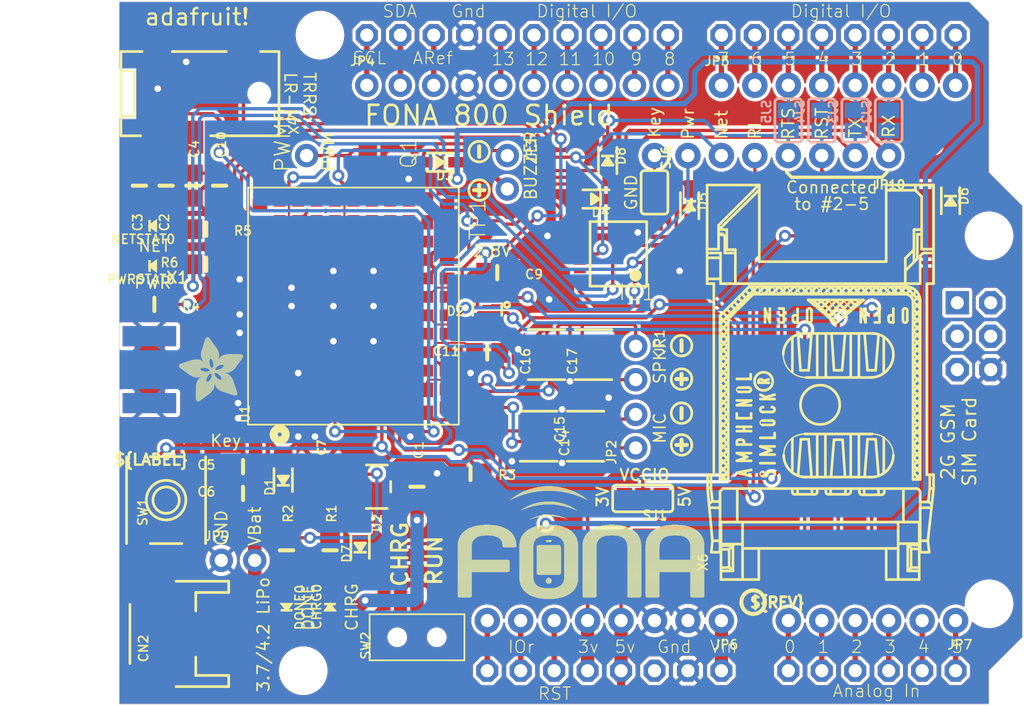
<source format=kicad_pcb>
(kicad_pcb (version 20221018) (generator pcbnew)
  (layers (0 "F.Cu" signal) (31 "B.Cu" signal) (34 "B.Paste" user) (35 "F.Paste" user) (36 "B.SilkS" user "B.Silkscreen") (37 "F.SilkS" user "F.Silkscreen") (38 "B.Mask" user) (39 "F.Mask" user) (44 "Edge.Cuts" user))
  (net 0 "")
  (net 1 "GND")
  (net 2 "N$1")
  (net 3 "N$2")
  (net 4 "N$5")
  (net 5 "N$6")
  (net 6 "PWRKEY")
  (net 7 "NETSTAT")
  (net 8 "PWRSTAT")
  (net 9 "SIMRST")
  (net 10 "SIMCLK")
  (net 11 "SIMDATA")
  (net 12 "2.8V")
  (net 13 "RESET")
  (net 14 "RI")
  (net 15 "UART_RXD")
  (net 16 "UART_TXD")
  (net 17 "VRTC")
  (net 18 "VCCIO")
  (net 19 "GSM_ANT")
  (net 20 "VBUS")
  (net 21 "1.8V")
  (net 22 "NETSTAT_5V")
  (net 23 "N$4")
  (net 24 "PWRSTAT_5V")
  (net 25 "N$9")
  (net 26 "SPEAKER1+")
  (net 27 "MIC1+")
  (net 28 "PWM")
  (net 29 "VBAT")
  (net 30 "MIC2+")
  (net 31 "MIC2-")
  (net 32 "SPEAKER2+")
  (net 33 "SPEAKER2-")
  (net 34 "+5V")
  (net 35 "RXD_5V")
  (net 36 "TXD_5V")
  (net 37 "RI_5V")
  (net 38 "PWRKEY_5V")
  (net 39 "RESET_5V")
  (net 40 "BUZZ-")
  (net 41 "HP+")
  (net 42 "5V")
  (net 43 "N$7")
  (net 44 "SCL")
  (net 45 "SDA")
  (net 46 "AREF")
  (net 47 "D13")
  (net 48 "D12")
  (net 49 "D11")
  (net 50 "D10")
  (net 51 "D9")
  (net 52 "D8")
  (net 53 "D7")
  (net 54 "D6")
  (net 55 "D5")
  (net 56 "D4")
  (net 57 "D3")
  (net 58 "D2")
  (net 59 "D1")
  (net 60 "D0")
  (net 61 "VIN")
  (net 62 "3V")
  (net 63 "RST")
  (net 64 "IOREF")
  (net 65 "NC")
  (net 66 "A5")
  (net 67 "A4")
  (net 68 "A3")
  (net 69 "A2")
  (net 70 "A1")
  (net 71 "A0")
  (net 72 "UART_RTS")
  (net 73 "RTS_5V")
  (net 74 "N$38")
  (footprint "working:CHIPLED_0805_NOOUTLINE" (layer "F.Cu") (at 116.7511 98.3996 90)
    (fp_text reference "PWRSTAT0")
    (fp_text value "GREEN")
  )
  (footprint "working:1X08_ROUND_76" (layer "F.Cu") (at 151.0411 125.3236 180)
    (fp_text reference "JP6")
    (fp_text value "")
  )
  (footprint "working:TSSOP14" (layer "F.Cu") (at 152.1079 97.4852 90)
    (fp_text reference "IC1")
    (fp_text value "74VHCT125PW")
  )
  (footprint "working:SYMBOL_PLUS" (layer "F.Cu") (at 156.9041 106.9896 -90)
    (fp_text reference "U$2" hide)
    (fp_text value "" hide)
  )
  (footprint "working:PCBFEAT-REV-040" (layer "F.Cu") (at 162.3441 123.9266)
    (fp_text reference "U$59" hide)
    (fp_text value "" hide)
  )
  (footprint "working:FIDUCIAL_1MM" (layer "F.Cu") (at 180.3781 120.4976 90)
    (fp_text reference "FID5" hide)
    (fp_text value "FIDUCIAL\"\"" hide)
  )
  (footprint "working:EVQ-Q2" (layer "F.Cu") (at 117.7671 116.1796 90)
    (fp_text reference "SW1")
    (fp_text value "KMR2")
  )
  (footprint "working:SC59-BEC" (layer "F.Cu") (at 134.2771 90.5256 -90)
    (fp_text reference "Q1")
    (fp_text value "DTC143ZUAT106")
  )
  (footprint "working:0805-NO" (layer "F.Cu") (at 123.6091 113.6396 180)
    (fp_text reference "C5")
    (fp_text value "10pF")
  )
  (footprint "working:0805-NO" (layer "F.Cu") (at 119.7991 92.3036 90)
    (fp_text reference "C4")
    (fp_text value "33pF")
  )
  (footprint "" (layer "F.Cu") (at 180.2511 96.1136)
    (fp_text reference "@HOLE1" hide)
    (fp_text value "")
  )
  (footprint "" (layer "F.Cu") (at 129.4511 80.8736)
    (fp_text reference "@HOLE0" hide)
    (fp_text value "")
  )
  (footprint "working:0805-NO" (layer "F.Cu") (at 126.9111 119.9896 90)
    (fp_text reference "R2")
    (fp_text value "1K")
  )
  (footprint "working:SOD-323" (layer "F.Cu") (at 138.5951 90.5256 180)
    (fp_text reference "D3")
    (fp_text value "1N4148")
  )
  (footprint "working:0805-NO" (layer "F.Cu") (at 120.8151 98.2726 180)
    (fp_text reference "R6")
    (fp_text value "4.7K")
  )
  (footprint "working:1X08_ROUND_76" (layer "F.Cu") (at 163.7411 90.0176 180)
    (fp_text reference "JP10")
    (fp_text value "")
  )
  (footprint "working:1X02_ROUND" (layer "F.Cu") (at 153.4211 110.9456 90)
    (fp_text reference "JP2")
    (fp_text value "MIC")
  )
  (footprint "working:0805-NO" (layer "F.Cu") (at 140.8811 114.1476)
    (fp_text reference "R3")
    (fp_text value "4.7K")
  )
  (footprint "working:0805-NO" (layer "F.Cu") (at 117.7671 92.3036 -90)
    (fp_text reference "C2")
    (fp_text value "33pF")
  )
  (footprint "working:0805-NO" (layer "F.Cu") (at 130.2131 119.9896 90)
    (fp_text reference "R1")
    (fp_text value "470")
  )
  (footprint "working:CHIPLED_0805_NOOUTLINE" (layer "F.Cu") (at 126.9111 124.3076 180)
    (fp_text reference "DONE0")
    (fp_text value "GREEN")
  )
  (footprint "working:SOD-123" (layer "F.Cu") (at 132.4991 119.7356 90)
    (fp_text reference "D7")
    (fp_text value "MBRA120")
  )
  (footprint "working:ARDUINOR3_ICSP_NODIM" (layer "F.Cu") (at 114.2111 131.6736)
    (fp_text reference "M1" hide)
    (fp_text value "ARDUINO_R3_ICSP_NODIM" hide)
  )
  (footprint "working:RESPACK_4X0603" (layer "F.Cu") (at 149.6111 111.3266 90)
    (fp_text reference "C14")
    (fp_text value "33pF")
  )
  (footprint "working:0805-NO" (layer "F.Cu") (at 120.8151 95.6056)
    (fp_text reference "R5")
    (fp_text value "1K")
  )
  (footprint "working:SOT23-5" (layer "F.Cu") (at 133.7691 115.1636 -90)
    (fp_text reference "U2")
    (fp_text value "MCP73831T-2ACI/OT")
  )
  (footprint "working:RESPACK_4X0603" (layer "F.Cu") (at 146.6551 105.1306 90)
    (fp_text reference "C16")
    (fp_text value "33pF")
  )
  (footprint "working:1X02_ROUND" (layer "F.Cu") (at 143.6751 91.2876 -90)
    (fp_text reference "JP3")
    (fp_text value "BUZZ")
  )
  (footprint "working:JSTPH2" (layer "F.Cu") (at 118.0211 126.3396 90)
    (fp_text reference "CN2")
    (fp_text value "JSTPH")
  )
  (footprint "working:SOD-123" (layer "F.Cu") (at 126.6571 114.6556 90)
    (fp_text reference "D1")
    (fp_text value "MMSZ5231BT1G")
  )
  (footprint "working:0805-NO" (layer "F.Cu") (at 116.8781 101.3206)
    (fp_text reference "R4")
    (fp_text value "1K")
  )
  (footprint "working:SOT363" (layer "F.Cu") (at 142.1511 101.7016 180)
    (fp_text reference "D2")
    (fp_text value "SMF05C")
  )
  (footprint "working:FONA_LOGO" (layer "F.Cu") (at 139.4431 123.8456)
    (fp_text reference "U$26" hide)
    (fp_text value "" hide)
  )
  (footprint "working:1X08_ROUND_76" (layer "F.Cu") (at 168.8211 84.6836)
    (fp_text reference "JP5")
    (fp_text value "")
  )
  (footprint "working:1X10_ROUND70" (layer "F.Cu") (at 144.4371 84.6836)
    (fp_text reference "JP4")
    (fp_text value "")
  )
  (footprint "working:TP11R" (layer "F.Cu") (at 142.0241 95.9866 90)
    (fp_text reference "TP1")
    (fp_text value "TPTP11R")
  )
  (footprint "working:CHIPLED_0805_NOOUTLINE" (layer "F.Cu") (at 116.7511 95.3516 90)
    (fp_text reference "NETSTAT0")
    (fp_text value "BLUE")
  )
  (footprint "working:0805-NO" (layer "F.Cu") (at 115.7351 92.3036 -90)
    (fp_text reference "C3")
    (fp_text value "10pF")
  )
  (footprint "working:FIDUCIAL_1MM" (layer "F.Cu") (at 117.1321 126.4666 90)
    (fp_text reference "FID2" hide)
    (fp_text value "FIDUCIAL\"\"" hide)
  )
  (footprint "working:FIDUCIAL_1MM" (layer "F.Cu") (at 120.4341 85.1916 90)
    (fp_text reference "FID4" hide)
    (fp_text value "FIDUCIAL\"\"" hide)
  )
  (footprint "working:SOD-323" (layer "F.Cu") (at 177.3301 93.4466 -90)
    (fp_text reference "D6")
    (fp_text value "1N4148")
  )
  (footprint "working:1X06_ROUND_76" (layer "F.Cu") (at 171.3611 125.3236 180)
    (fp_text reference "JP7")
    (fp_text value "")
  )
  (footprint "working:EG1390" (layer "F.Cu") (at 136.8171 126.5936)
    (fp_text reference "SW2")
    (fp_text value "EG1390")
  )
  (footprint "working:SYMBOL_MINUS" (layer "F.Cu") (at 156.9041 109.5756 -90)
    (fp_text reference "U$33" hide)
    (fp_text value "" hide)
  )
  (footprint "working:SOD-323" (layer "F.Cu") (at 150.4061 93.3196 180)
    (fp_text reference "D4")
    (fp_text value "1N4148")
  )
  (footprint "working:0805-NO" (layer "F.Cu") (at 121.8311 92.3036 90)
    (fp_text reference "C10")
    (fp_text value "10pF")
  )
  (footprint "" (layer "F.Cu") (at 128.1811 129.1336)
    (fp_text reference "@HOLE3" hide)
    (fp_text value "")
  )
  (footprint "working:1X01-CLEANBIG" (layer "F.Cu") (at 128.4351 90.0176 90)
    (fp_text reference "PWM0")
    (fp_text value "")
  )
  (footprint "working:SOD-323" (layer "F.Cu") (at 151.2951 90.3986 -90)
    (fp_text reference "D8")
    (fp_text value "1N4148")
  )
  (footprint "working:C1210" (layer "F.Cu") (at 129.4511 114.9096 90)
    (fp_text reference "C7")
    (fp_text value "100uF")
  )
  (footprint "working:CHIPLED_0805_NOOUTLINE" (layer "F.Cu") (at 130.2131 124.3076)
    (fp_text reference "CHRG0")
    (fp_text value "ORANGE")
  )
  (footprint "working:4UCONN_18510" (layer "F.Cu") (at 114.3381 85.3186)
    (fp_text reference "X4")
    (fp_text value "4UCONN_18510")
  )
  (footprint "working:SYMBOL_PLUS" (layer "F.Cu") (at 156.9041 111.9886 -90)
    (fp_text reference "U$43" hide)
    (fp_text value "" hide)
  )
  (footprint "working:SOLDERJUMPER_CLOSEDWIRE" (layer "F.Cu") (at 154.8511 92.8116 -90)
    (fp_text reference "SJ6")
    (fp_text value "")
  )
  (footprint "working:SYMBOL_MINUS" (layer "F.Cu") (at 141.5371 89.7176 -90)
    (fp_text reference "U$57" hide)
    (fp_text value "" hide)
  )
  (footprint "working:FIDUCIAL_1MM" (layer "F.Cu") (at 139.5561 116.8346 90)
    (fp_text reference "FID3" hide)
    (fp_text value "FIDUCIAL\"\"" hide)
  )
  (footprint "working:ADAFRUIT_5MM" (layer "F.Cu") (at 123.6091 108.6866 90)
    (fp_text reference "U$10" hide)
    (fp_text value "" hide)
  )
  (footprint "working:SOD-323" (layer "F.Cu") (at 157.5181 93.8276 -90)
    (fp_text reference "D5")
    (fp_text value "1N4148")
  )
  (footprint "working:FIDUCIAL_1MM" (layer "F.Cu") (at 176.0601 89.2556 90)
    (fp_text reference "FID1" hide)
    (fp_text value "FIDUCIAL\"\"" hide)
  )
  (footprint "working:1X02_ROUND" (layer "F.Cu") (at 123.2281 120.7516)
    (fp_text reference "JP9")
    (fp_text value "")
  )
  (footprint "working:C707_10M006_512_2" (layer "F.Cu") (at 167.4241 108.9406 90)
    (fp_text reference "X6")
    (fp_text value "SIM_LOCKAMPHENOL")
  )
  (footprint "working:SYMBOL_MINUS" (layer "F.Cu") (at 156.9041 104.4496 -90)
    (fp_text reference "U$34" hide)
    (fp_text value "" hide)
  )
  (footprint "working:0805-NO" (layer "F.Cu") (at 136.8171 115.1636 90)
    (fp_text reference "C1")
    (fp_text value "10µF")
  )
  (footprint "" (layer "F.Cu") (at 180.2511 124.0536)
    (fp_text reference "@HOLE2" hide)
    (fp_text value "")
  )
  (footprint "working:SOLDERJUMPER_2WAY_OPEN_NOPASTE" (layer "F.Cu") (at 153.9621 116.0526 180)
    (fp_text reference "SJ1")
    (fp_text value "")
  )
  (footprint "working:SMA_EDGELAUNCH_UFL" (layer "F.Cu") (at 114.4651 106.2736)
    (fp_text reference "X1")
    (fp_text value "uFL")
  )
  (footprint "working:1X02_ROUND" (layer "F.Cu") (at 153.4211 105.7656 -90)
    (fp_text reference "JP1")
    (fp_text value "")
  )
  (footprint "working:0805-NO" (layer "F.Cu") (at 123.6091 115.6716 180)
    (fp_text reference "C6")
    (fp_text value "33pF")
  )
  (footprint "working:0805-NO" (layer "F.Cu") (at 142.1511 105.0036 180)
    (fp_text reference "C11")
    (fp_text value "10uF")
  )
  (footprint "working:RESPACK_4X0603" (layer "F.Cu") (at 150.2111 105.1306 90)
    (fp_text reference "C17")
    (fp_text value "10pF")
  )
  (footprint "working:RESPACK_4X0603" (layer "F.Cu") (at 146.0551 111.3266 -90)
    (fp_text reference "C15")
    (fp_text value "10pF")
  )
  (footprint "working:0805-NO" (layer "F.Cu") (at 142.9131 98.9076)
    (fp_text reference "C9")
    (fp_text value "10uF")
  )
  (footprint "working:SIM800L" (layer "F.Cu") (at 131.9911 101.4476 90)
    (fp_text reference "U1")
    (fp_text value "SIM800H/L")
  )
  (footprint "working:SYMBOL_PLUS" (layer "F.Cu") (at 141.5371 92.6386 -90)
    (fp_text reference "U$36" hide)
    (fp_text value "" hide)
  )
  (footprint "working:SOLDERJUMPER_CLOSEDWIRE" (layer "B.Cu") (at 170.0911 87.3506 -90)
    (fp_text reference "SJ3")
    (fp_text value "")
  )
  (footprint "working:SOLDERJUMPER_CLOSEDWIRE" (layer "B.Cu") (at 165.0111 87.3506 -90)
    (fp_text reference "SJ5")
    (fp_text value "")
  )
  (footprint "working:SOLDERJUMPER_CLOSEDWIRE" (layer "B.Cu") (at 172.6311 87.3506 -90)
    (fp_text reference "SJ2")
    (fp_text value "")
  )
  (footprint "working:SOLDERJUMPER_CLOSEDWIRE" (layer "B.Cu") (at 167.5511 87.3506 -90)
    (fp_text reference "SJ4")
    (fp_text value "")
  )
  (gr_line (start 164.8841 91.2876) (end 165.2651 91.6686) (stroke (width 0.254)) (layer "F.SilkS"))
  (gr_line (start 172.1231 91.6686) (end 172.5041 91.2876) (stroke (width 0.254)) (layer "F.SilkS"))
  (gr_line (start 165.2651 91.6686) (end 172.1231 91.6686) (stroke (width 0.254)) (layer "F.SilkS"))
  (gr_line (start 114.2111 87.2236) (end 115.4811 87.2236) (stroke (width 0.05)) (layer "Edge.Cuts"))
  (gr_line (start 180.2511 91.2876) (end 182.7911 93.8276) (stroke (width 0.05)) (layer "Edge.Cuts"))
  (gr_line (start 180.2511 131.6736) (end 114.2111 131.6736) (stroke (width 0.05)) (layer "Edge.Cuts"))
  (gr_line (start 178.7271 78.3336) (end 180.2511 79.8576) (stroke (width 0.05)) (layer "Edge.Cuts"))
  (gr_line (start 180.2511 79.8576) (end 180.2511 91.2876) (stroke (width 0.05)) (layer "Edge.Cuts"))
  (gr_line (start 180.2511 129.1336) (end 180.2511 131.6736) (stroke (width 0.05)) (layer "Edge.Cuts"))
  (gr_line (start 182.7911 126.5936) (end 180.2511 129.1336) (stroke (width 0.05)) (layer "Edge.Cuts"))
  (gr_line (start 182.7911 93.8276) (end 182.7911 126.5936) (stroke (width 0.05)) (layer "Edge.Cuts"))
  (gr_line (start 114.2111 78.3336) (end 178.7271 78.3336) (stroke (width 0.05)) (layer "Edge.Cuts"))
  (gr_line (start 114.2111 131.6736) (end 114.2111 87.2236) (stroke (width 0.05)) (layer "Edge.Cuts"))
  (gr_line (start 115.4811 87.2236) (end 115.4811 83.4136) (stroke (width 0.05)) (layer "Edge.Cuts"))
  (gr_line (start 115.4811 83.4136) (end 114.2111 83.4136) (stroke (width 0.05)) (layer "Edge.Cuts"))
  (gr_line (start 114.2111 83.4136) (end 114.2111 78.3336) (stroke (width 0.05)) (layer "Edge.Cuts"))
  (gr_text "Key" (at 154.8511 88.7476 90) (layer "F.SilkS") (effects (font (size 0.89408 0.89408) (thickness 0.12192)) (justify left)))
  (gr_text "RI" (at 162.4711 88.8746 90) (layer "F.SilkS") (effects (font (size 0.89408 0.89408) (thickness 0.12192)) (justify left)))
  (gr_text "to #2-5" (at 168.3131 93.7006) (layer "F.SilkS") (effects (font (size 0.89408 0.89408) (thickness 0.12192))))
  (gr_text "FONA 800 Shield" (at 142.2781 86.9696) (layer "F.SilkS") (effects (font (size 1.475232 1.475232) (thickness 0.201168))))
  (gr_text "PWR" (at 116.7511 99.6696) (layer "F.SilkS") (effects (font (size 0.89408 0.89408) (thickness 0.12192))))
  (gr_text "adafruit!" (at 116.0461 80.2236) (layer "F.SilkS") (effects (font (size 1.251712 1.251712) (thickness 0.170688)) (justify left bottom)))
  (gr_text "RUN" (at 138.1111 122.7836 90) (layer "F.SilkS") (effects (font (size 1.20904 1.20904) (thickness 0.21336)) (justify left)))
  (gr_text "BUZZER" (at 145.4531 90.7796 90) (layer "F.SilkS") (effects (font (size 0.89408 0.89408) (thickness 0.12192))))
  (gr_text "MIC" (at 155.2531 110.7186 90) (layer "F.SilkS") (effects (font (size 0.89408 0.89408) (thickness 0.12192))))
  (gr_text "NET" (at 116.8781 96.8756) (layer "F.SilkS") (effects (font (size 0.89408 0.89408) (thickness 0.12192))))
  (gr_text "GND" (at 153.0731 92.8116 90) (layer "F.SilkS") (effects (font (size 0.89408 0.89408) (thickness 0.12192))))
  (gr_text "2G GSM\nSIM Card" (at 177.9501 111.7316 90) (layer "F.SilkS") (effects (font (size 1.00584 1.00584) (thickness 0.13716))))
  (gr_text "VCCIO" (at 154.0891 114.2746) (layer "F.SilkS") (effects (font (size 0.8636 0.8636) (thickness 0.1524))))
  (gr_text "TX" (at 170.0911 88.7476 90) (layer "F.SilkS") (effects (font (size 0.89408 0.89408) (thickness 0.12192)) (justify left)))
  (gr_text "RTS" (at 165.0111 88.8746 90) (layer "F.SilkS") (effects (font (size 0.89408 0.89408) (thickness 0.12192)) (justify left)))
  (gr_text "Net" (at 159.9311 88.8746 90) (layer "F.SilkS") (effects (font (size 0.89408 0.89408) (thickness 0.12192)) (justify left)))
  (gr_text "RST" (at 167.5511 88.8746 90) (layer "F.SilkS") (effects (font (size 0.89408 0.89408) (thickness 0.12192)) (justify left)))
  (gr_text "SPKR" (at 155.2531 105.5926 90) (layer "F.SilkS") (effects (font (size 0.89408 0.89408) (thickness 0.12192))))
  (gr_text "3.7/4.2 LiPo" (at 125.1601 126.3886 90) (layer "F.SilkS") (effects (font (size 0.89408 0.89408) (thickness 0.12192))))
  (gr_text "2.8V" (at 142.5321 97.2566) (layer "F.SilkS") (effects (font (size 0.89408 0.89408) (thickness 0.12192))))
  (gr_text "Pwr" (at 157.3911 88.8746 90) (layer "F.SilkS") (effects (font (size 0.89408 0.89408) (thickness 0.12192)) (justify left)))
  (gr_text "CHRG" (at 131.8641 124.3076 90) (layer "F.SilkS") (effects (font (size 0.89408 0.89408) (thickness 0.12192))))
  (gr_text "Connected" (at 168.3131 92.4306) (layer "F.SilkS") (effects (font (size 0.89408 0.89408) (thickness 0.12192))))
  (gr_text "GND" (at 121.9581 119.7356 90) (layer "F.SilkS") (effects (font (size 0.89408 0.89408) (thickness 0.12192)) (justify left)))
  (gr_text "5V" (at 157.1371 115.9256 90) (layer "F.SilkS") (effects (font (size 0.8636 0.8636) (thickness 0.1524))))
  (gr_text "TRRS:\nLR-M" (at 127.9271 85.5726 270) (layer "F.SilkS") (effects (font (size 0.89408 0.89408) (thickness 0.12192))))
  (gr_text "PWM" (at 130.0861 91.2876 90) (layer "F.SilkS") (effects (font (size 0.89408 0.89408) (thickness 0.12192)) (justify left)))
  (gr_text "Key" (at 121.0451 112.1916) (layer "F.SilkS") (effects (font (size 0.89408 0.89408) (thickness 0.12192)) (justify left bottom)))
  (gr_text "3V" (at 150.9141 115.9256 90) (layer "F.SilkS") (effects (font (size 0.8636 0.8636) (thickness 0.1524))))
  (gr_text "VBat" (at 124.4981 119.7356 90) (layer "F.SilkS") (effects (font (size 0.89408 0.89408) (thickness 0.12192)) (justify left)))
  (gr_text "RX" (at 172.6311 88.7476 90) (layer "F.SilkS") (effects (font (size 0.89408 0.89408) (thickness 0.12192)) (justify left)))
  (gr_text "CHRG" (at 135.5311 122.8836 90) (layer "F.SilkS") (effects (font (size 1.20904 1.20904) (thickness 0.21336)) (justify left)))
  (gr_text "DONE" (at 128.5621 124.3076 90) (layer "F.SilkS") (effects (font (size 0.89408 0.89408) (thickness 0.12192))))
  (segment (start 127.7911 97.1206) (end 128.1811 97.5106) (width 0.254) (layer "F.Cu") (net 1))
  (segment (start 128.1811 97.5106) (end 128.9541 97.5106) (width 0.254) (layer "F.Cu") (net 1))
  (segment (start 135.3911 97.9476) (end 134.9911 97.5476) (width 0.254) (layer "F.Cu") (net 1))
  (segment (start 128.9541 97.5106) (end 128.9911 97.5476) (width 0.254) (layer "F.Cu") (net 1))
  (segment (start 137.4911 97.9476) (end 135.3911 97.9476) (width 0.254) (layer "F.Cu") (net 1))
  (segment (start 127.7911 95.0876) (end 127.7911 97.1206) (width 0.254) (layer "F.Cu") (net 1))
  (via (at 133.5151 104.1146) (size 0.9064) (drill 0.5) (layers "F.Cu" "B.Cu") (net 1))
  (via (at 130.4671 104.1146) (size 0.9064) (drill 0.5) (layers "F.Cu" "B.Cu") (net 1))
  (via (at 130.4671 98.7806) (size 0.9064) (drill 0.5) (layers "F.Cu" "B.Cu") (net 1))
  (via (at 123.3551 99.4156) (size 0.9064) (drill 0.5) (layers "F.Cu" "B.Cu") (net 1))
  (via (at 153.5811 95.8596) (size 0.9064) (drill 0.5) (layers "F.Cu" "B.Cu") (net 1))
  (via (at 117.1321 84.9376) (size 0.9064) (drill 0.5) (layers "F.Cu" "B.Cu") (net 1))
  (via (at 138.3411 114.1476) (size 0.9064) (drill 0.5) (layers "F.Cu" "B.Cu") (net 1))
  (via (at 151.3691 108.4006) (size 0.9064) (drill 0.5) (layers "F.Cu" "B.Cu") (net 1))
  (via (at 146.7231 96.1136) (size 0.9064) (drill 0.5) (layers "F.Cu" "B.Cu") (net 1))
  (via (at 123.3551 102.0826) (size 0.9064) (drill 0.5) (layers "F.Cu" "B.Cu") (net 1))
  (via (at 144.4961 104.7226) (size 0.9064) (drill 0.5) (layers "F.Cu" "B.Cu") (net 1))
  (via (at 123.3551 103.4796) (size 0.9064) (drill 0.5) (layers "F.Cu" "B.Cu") (net 1))
  (via (at 148.4331 107.1626) (size 0.9064) (drill 0.5) (layers "F.Cu" "B.Cu") (net 1))
  (via (at 136.3091 111.3536) (size 0.9064) (drill 0.5) (layers "F.Cu" "B.Cu") (net 1))
  (via (at 129.0701 111.3536) (size 0.9064) (drill 0.5) (layers "F.Cu" "B.Cu") (net 1))
  (via (at 144.0231 113.2316) (size 0.9064) (drill 0.5) (layers "F.Cu" "B.Cu") (net 1))
  (via (at 133.5151 98.7806) (size 0.9064) (drill 0.5) (layers "F.Cu" "B.Cu") (net 1))
  (via (at 136.1821 91.7956) (size 0.9064) (drill 0.5) (layers "F.Cu" "B.Cu") (net 1))
  (via (at 146.8501 100.9396) (size 0.9064) (drill 0.5) (layers "F.Cu" "B.Cu") (net 1))
  (via (at 140.8811 106.5276) (size 0.9064) (drill 0.5) (layers "F.Cu" "B.Cu") (net 1))
  (via (at 123.2281 108.8136) (size 0.9064) (drill 0.5) (layers "F.Cu" "B.Cu") (net 1))
  (via (at 147.8331 113.3586) (size 0.9064) (drill 0.5) (layers "F.Cu" "B.Cu") (net 1))
  (via (at 127.2921 100.0506) (size 0.9064) (drill 0.5) (layers "F.Cu" "B.Cu") (net 1))
  (via (at 119.2911 82.9056) (size 0.9064) (drill 0.5) (layers "F.Cu" "B.Cu") (net 1))
  (via (at 127.8001 106.5276) (size 0.9064) (drill 0.5) (layers "F.Cu" "B.Cu") (net 1))
  (via (at 130.4671 101.4476) (size 0.9064) (drill 0.5) (layers "F.Cu" "B.Cu") (net 1))
  (via (at 127.8001 111.3536) (size 0.9064) (drill 0.5) (layers "F.Cu" "B.Cu") (net 1))
  (via (at 156.7561 98.7806) (size 0.9064) (drill 0.5) (layers "F.Cu" "B.Cu") (net 1))
  (via (at 123.2281 109.9566) (size 0.9064) (drill 0.5) (layers "F.Cu" "B.Cu") (net 1))
  (via (at 133.5151 101.4476) (size 0.9064) (drill 0.5) (layers "F.Cu" "B.Cu") (net 1))
  (via (at 147.8331 109.2946) (size 0.9064) (drill 0.5) (layers "F.Cu" "B.Cu") (net 1))
  (via (at 127.2921 101.4476) (size 0.9064) (drill 0.5) (layers "F.Cu" "B.Cu") (net 1))
  (segment (start 130.2131 120.9396) (end 130.2131 123.2576) (width 0.254) (layer "F.Cu") (net 2))
  (segment (start 128.6891 119.0396) (end 130.2131 119.0396) (width 0.254) (layer "F.Cu") (net 3))
  (segment (start 126.9111 119.0396) (end 128.6891 119.0396) (width 0.254) (layer "F.Cu") (net 3))
  (segment (start 132.469 114.2136) (end 133.7031 114.2136) (width 0.254) (layer "F.Cu") (net 3))
  (segment (start 133.7031 114.2136) (end 133.7691 114.1476) (width 0.254) (layer "F.Cu") (net 3))
  (via (at 128.6891 119.0396) (size 0.9064) (drill 0.5) (layers "F.Cu" "B.Cu") (net 3))
  (via (at 133.7691 114.1476) (size 0.9064) (drill 0.5) (layers "F.Cu" "B.Cu") (net 3))
  (segment (start 133.4491 119.0396) (end 133.5151 118.9736) (width 0.254) (layer "B.Cu") (net 3))
  (segment (start 130.2131 119.0396) (end 128.6891 119.0396) (width 0.254) (layer "B.Cu") (net 3))
  (segment (start 133.7691 118.7196) (end 133.5151 118.9736) (width 0.254) (layer "B.Cu") (net 3))
  (segment (start 130.2131 119.0396) (end 133.4491 119.0396) (width 0.254) (layer "B.Cu") (net 3))
  (segment (start 133.7691 114.1476) (end 133.7691 118.7196) (width 0.254) (layer "B.Cu") (net 3))
  (segment (start 135.0692 113.3555) (end 135.2931 113.1316) (width 0.254) (layer "F.Cu") (net 4))
  (segment (start 135.0692 114.2136) (end 135.0692 113.3555) (width 0.254) (layer "F.Cu") (net 4))
  (segment (start 138.9151 113.1316) (end 139.9311 114.1476) (width 0.254) (layer "F.Cu") (net 4))
  (segment (start 135.2931 113.1316) (end 138.9151 113.1316) (width 0.254) (layer "F.Cu") (net 4))
  (segment (start 126.9111 120.9396) (end 126.9111 123.2576) (width 0.254) (layer "F.Cu") (net 5))
  (segment (start 134.1501 112.1156) (end 134.1501 110.6678) (width 0.254) (layer "F.Cu") (net 6))
  (segment (start 134.0993 107.9246) (end 134.0993 110.617) (width 0.1524) (layer "F.Cu") (net 6))
  (segment (start 133.3911 107.8076) (end 133.9823 107.8076) (width 0.1524) (layer "F.Cu") (net 6))
  (segment (start 157.5181 95.0976) (end 157.5181 95.7326) (width 0.254) (layer "F.Cu") (net 6))
  (segment (start 158.0261 96.2406) (end 161.3281 96.2406) (width 0.254) (layer "F.Cu") (net 6))
  (segment (start 162.3441 97.2566) (end 162.3441 115.7986) (width 0.254) (layer "F.Cu") (net 6))
  (segment (start 134.0993 110.617) (end 134.1501 110.6678) (width 0.1524) (layer "F.Cu") (net 6))
  (segment (start 162.3441 115.7986) (end 162.4711 115.9256) (width 0.254) (layer "F.Cu") (net 6))
  (segment (start 133.9823 107.8076) (end 134.0993 107.9246) (width 0.1524) (layer "F.Cu") (net 6))
  (segment (start 115.7671 119.5796) (end 115.7671 112.7796) (width 0.254) (layer "F.Cu") (net 6))
  (segment (start 115.7671 112.7796) (end 117.2301 112.7796) (width 0.254) (layer "F.Cu") (net 6))
  (segment (start 157.5181 95.0976) (end 157.5181 94.9706) (width 0.254) (layer "F.Cu") (net 6))
  (segment (start 117.2301 112.7796) (end 117.7671 112.2426) (width 0.254) (layer "F.Cu") (net 6))
  (segment (start 161.3281 96.2406) (end 162.3441 97.2566) (width 0.254) (layer "F.Cu") (net 6))
  (segment (start 157.5181 95.7326) (end 158.0261 96.2406) (width 0.254) (layer "F.Cu") (net 6))
  (via (at 117.7671 112.2426) (size 0.9064) (drill 0.5) (layers "F.Cu" "B.Cu") (net 6))
  (via (at 162.4711 115.9256) (size 0.9064) (drill 0.5) (layers "F.Cu" "B.Cu") (net 6))
  (via (at 134.1501 112.1156) (size 0.9064) (drill 0.5) (layers "F.Cu" "B.Cu") (net 6))
  (segment (start 140.6271 113.2586) (end 139.3571 113.2586) (width 0.254) (layer "B.Cu") (net 6))
  (segment (start 141.0081 112.8776) (end 140.6271 113.2586) (width 0.254) (layer "B.Cu") (net 6))
  (segment (start 161.3281 115.0366) (end 143.8021 115.0366) (width 0.254) (layer "B.Cu") (net 6))
  (segment (start 117.7671 112.2426) (end 134.0231 112.2426) (width 0.254) (layer "B.Cu") (net 6))
  (segment (start 162.4711 115.9256) (end 162.2171 115.9256) (width 0.254) (layer "B.Cu") (net 6))
  (segment (start 162.2171 115.9256) (end 161.3281 115.0366) (width 0.254) (layer "B.Cu") (net 6))
  (segment (start 138.9761 112.8776) (end 134.9121 112.8776) (width 0.254) (layer "B.Cu") (net 6))
  (segment (start 134.0231 112.2426) (end 134.1501 112.1156) (width 0.254) (layer "B.Cu") (net 6))
  (segment (start 143.8021 115.0366) (end 141.6431 112.8776) (width 0.254) (layer "B.Cu") (net 6))
  (segment (start 134.9121 112.8776) (end 134.1501 112.1156) (width 0.254) (layer "B.Cu") (net 6))
  (segment (start 139.3571 113.2586) (end 138.9761 112.8776) (width 0.254) (layer "B.Cu") (net 6))
  (segment (start 141.6431 112.8776) (end 141.0081 112.8776) (width 0.254) (layer "B.Cu") (net 6))
  (segment (start 148.2471 97.5106) (end 148.2471 98.0186) (width 0.254) (layer "F.Cu") (net 7))
  (segment (start 131.3053 92.3544) (end 131.3053 92.2528) (width 0.254) (layer "F.Cu") (net 7))
  (segment (start 147.7391 97.0026) (end 148.2471 97.5106) (width 0.254) (layer "F.Cu") (net 7))
  (segment (start 144.9451 94.5896) (end 144.3101 95.2246) (width 0.254) (layer "F.Cu") (net 7))
  (segment (start 131.3715 95.0876) (end 131.3053 95.0214) (width 0.1524) (layer "F.Cu") (net 7))
  (segment (start 131.3053 95.0214) (end 131.3053 92.3544) (width 0.1524) (layer "F.Cu") (net 7))
  (segment (start 148.3637 98.1352) (end 149.1829 98.1352) (width 0.254) (layer "F.Cu") (net 7))
  (segment (start 131.9911 95.0876) (end 131.3715 95.0876) (width 0.1524) (layer "F.Cu") (net 7))
  (segment (start 145.1991 93.7006) (end 144.9451 93.9546) (width 0.254) (layer "F.Cu") (net 7))
  (segment (start 130.8481 91.7956) (end 131.3053 92.2528) (width 0.254) (layer "F.Cu") (net 7))
  (segment (start 143.1671 94.9706) (end 140.6271 94.9706) (width 0.254) (layer "F.Cu") (net 7))
  (segment (start 147.3581 93.7006) (end 145.1991 93.7006) (width 0.254) (layer "F.Cu") (net 7))
  (segment (start 147.7391 94.0816) (end 147.3581 93.7006) (width 0.254) (layer "F.Cu") (net 7))
  (segment (start 144.3101 95.2246) (end 143.4211 95.2246) (width 0.254) (layer "F.Cu") (net 7))
  (segment (start 147.7391 97.0026) (end 147.7391 94.0816) (width 0.254) (layer "F.Cu") (net 7))
  (segment (start 130.8481 91.5416) (end 130.8481 91.7956) (width 0.254) (layer "F.Cu") (net 7))
  (segment (start 144.9451 93.9546) (end 144.9451 94.5896) (width 0.254) (layer "F.Cu") (net 7))
  (segment (start 148.2471 98.0186) (end 148.3637 98.1352) (width 0.254) (layer "F.Cu") (net 7))
  (segment (start 143.4211 95.2246) (end 143.1671 94.9706) (width 0.254) (layer "F.Cu") (net 7))
  (via (at 140.6271 94.9706) (size 0.9064) (drill 0.5) (layers "F.Cu" "B.Cu") (net 7))
  (via (at 130.8481 91.5416) (size 0.9064) (drill 0.5) (layers "F.Cu" "B.Cu") (net 7))
  (segment (start 130.8481 89.8906) (end 131.1021 89.6366) (width 0.254) (layer "B.Cu") (net 7))
  (segment (start 140.6271 94.0816) (end 140.2461 93.7006) (width 0.254) (layer "B.Cu") (net 7))
  (segment (start 137.8331 92.6846) (end 138.8491 93.7006) (width 0.254) (layer "B.Cu") (net 7))
  (segment (start 130.8481 91.5416) (end 130.8481 89.8906) (width 0.254) (layer "B.Cu") (net 7))
  (segment (start 138.8491 93.7006) (end 140.2461 93.7006) (width 0.254) (layer "B.Cu") (net 7))
  (segment (start 137.5791 89.6366) (end 137.8331 89.8906) (width 0.254) (layer "B.Cu") (net 7))
  (segment (start 140.6271 94.9706) (end 140.6271 94.0816) (width 0.254) (layer "B.Cu") (net 7))
  (segment (start 131.1021 89.6366) (end 137.5791 89.6366) (width 0.254) (layer "B.Cu") (net 7))
  (segment (start 137.8331 89.8906) (end 137.8331 92.6846) (width 0.254) (layer "B.Cu") (net 7))
  (segment (start 155.0283 98.7806) (end 155.0329 98.7852) (width 0.254) (layer "F.Cu") (net 8))
  (segment (start 153.3271 100.3046) (end 153.3271 99.6696) (width 0.254) (layer "F.Cu") (net 8))
  (segment (start 154.2161 98.7806) (end 155.0283 98.7806) (width 0.254) (layer "F.Cu") (net 8))
  (segment (start 153.3271 99.6696) (end 154.2161 98.7806) (width 0.254) (layer "F.Cu") (net 8))
  (segment (start 130.5911 110.9696) (end 130.5941 110.9726) (width 0.254) (layer "F.Cu") (net 8))
  (segment (start 130.5911 109.5476) (end 130.5911 110.9696) (width 0.254) (layer "F.Cu") (net 8))
  (via (at 130.5941 110.9726) (size 0.9064) (drill 0.5) (layers "F.Cu" "B.Cu") (net 8))
  (via (at 153.3271 100.3046) (size 0.9064) (drill 0.5) (layers "F.Cu" "B.Cu") (net 8))
  (segment (start 138.4681 112.2426) (end 139.3571 111.3536) (width 0.254) (layer "B.Cu") (net 8))
  (segment (start 152.9461 101.7016) (end 153.3271 101.3206) (width 0.254) (layer "B.Cu") (net 8))
  (segment (start 138.7221 98.1456) (end 139.8651 98.1456) (width 0.254) (layer "B.Cu") (net 8))
  (segment (start 134.5311 110.9726) (end 135.8011 112.2426) (width 0.254) (layer "B.Cu") (net 8))
  (segment (start 141.5161 96.4946) (end 143.6751 96.4946) (width 0.254) (layer "B.Cu") (net 8))
  (segment (start 130.5941 110.9726) (end 134.5311 110.9726) (width 0.254) (layer "B.Cu") (net 8))
  (segment (start 153.3271 101.3206) (end 153.3271 100.3046) (width 0.254) (layer "B.Cu") (net 8))
  (segment (start 138.2141 109.8296) (end 138.2141 98.6536) (width 0.254) (layer "B.Cu") (net 8))
  (segment (start 139.3571 111.3536) (end 139.3571 110.9726) (width 0.254) (layer "B.Cu") (net 8))
  (segment (start 139.8651 98.1456) (end 141.5161 96.4946) (width 0.254) (layer "B.Cu") (net 8))
  (segment (start 152.9461 101.7016) (end 148.8821 101.7016) (width 0.254) (layer "B.Cu") (net 8))
  (segment (start 143.6751 96.4946) (end 148.8821 101.7016) (width 0.254) (layer "B.Cu") (net 8))
  (segment (start 139.3571 110.9726) (end 138.2141 109.8296) (width 0.254) (layer "B.Cu") (net 8))
  (segment (start 135.8011 112.2426) (end 138.4681 112.2426) (width 0.254) (layer "B.Cu") (net 8))
  (segment (start 138.2141 98.6536) (end 138.7221 98.1456) (width 0.254) (layer "B.Cu") (net 8))
  (segment (start 168.8211 102.4636) (end 168.8211 102.3366) (width 0.254) (layer "F.Cu") (net 9))
  (segment (start 139.0911 102.1476) (end 139.9271 102.1476) (width 0.254) (layer "F.Cu") (net 9))
  (segment (start 168.7991 121.7906) (end 168.7991 102.4856) (width 0.254) (layer "F.Cu") (net 9))
  (segment (start 141.2621 101.5746) (end 140.5001 101.5746) (width 0.254) (layer "F.Cu") (net 9))
  (segment (start 141.4011 100.8016) (end 141.4011 101.4356) (width 0.254) (layer "F.Cu") (net 9))
  (segment (start 168.7991 102.4856) (end 168.8211 102.4636) (width 0.254) (layer "F.Cu") (net 9))
  (segment (start 141.2621 101.5746) (end 141.4011 101.4356) (width 0.254) (layer "F.Cu") (net 9))
  (segment (start 139.9271 102.1476) (end 140.5001 101.5746) (width 0.254) (layer "F.Cu") (net 9))
  (via (at 140.5001 101.5746) (size 0.9064) (drill 0.5) (layers "F.Cu" "B.Cu") (net 9))
  (via (at 168.8211 102.3366) (size 0.9064) (drill 0.5) (layers "F.Cu" "B.Cu") (net 9))
  (segment (start 165.7731 102.3366) (end 165.3921 102.7176) (width 0.254) (layer "B.Cu") (net 9))
  (segment (start 144.6911 101.5746) (end 140.5001 101.5746) (width 0.254) (layer "B.Cu") (net 9))
  (segment (start 145.8341 102.7176) (end 144.6911 101.5746) (width 0.254) (layer "B.Cu") (net 9))
  (segment (start 165.3921 102.7176) (end 145.8341 102.7176) (width 0.254) (layer "B.Cu") (net 9))
  (segment (start 168.8211 102.3366) (end 165.7731 102.3366) (width 0.254) (layer "B.Cu") (net 9))
  (segment (start 138.2649 102.8446) (end 141.1581 102.8446) (width 0.1524) (layer "F.Cu") (net 10))
  (segment (start 143.6831 101.9556) (end 144.0991 102.3716) (width 0.254) (layer "F.Cu") (net 10))
  (segment (start 166.2591 121.7906) (end 166.2591 103.2476) (width 0.254) (layer "F.Cu") (net 10))
  (segment (start 141.4011 102.6016) (end 141.4011 102.0706) (width 0.254) (layer "F.Cu") (net 10))
  (segment (start 166.2591 103.2476) (end 166.2811 103.2256) (width 0.254) (layer "F.Cu") (net 10))
  (segment (start 141.1581 102.8446) (end 141.4011 102.6016) (width 0.1524) (layer "F.Cu") (net 10))
  (segment (start 141.4011 102.0706) (end 141.5161 101.9556) (width 0.254) (layer "F.Cu") (net 10))
  (segment (start 143.6831 101.9556) (end 141.5161 101.9556) (width 0.254) (layer "F.Cu") (net 10))
  (segment (start 137.4911 102.1476) (end 137.5679 102.1476) (width 0.1524) (layer "F.Cu") (net 10))
  (segment (start 137.5679 102.1476) (end 138.2649 102.8446) (width 0.1524) (layer "F.Cu") (net 10))
  (via (at 166.2811 103.2256) (size 0.9064) (drill 0.5) (layers "F.Cu" "B.Cu") (net 10))
  (via (at 144.0991 102.3716) (size 0.9064) (drill 0.5) (layers "F.Cu" "B.Cu") (net 10))
  (segment (start 144.9531 103.2256) (end 144.0991 102.3716) (width 0.254) (layer "B.Cu") (net 10))
  (segment (start 166.2811 103.2256) (end 144.9531 103.2256) (width 0.254) (layer "B.Cu") (net 10))
  (segment (start 144.3691 103.5476) (end 145.5801 102.3366) (width 0.254) (layer "F.Cu") (net 11))
  (segment (start 142.1511 102.6016) (end 142.1511 103.5476) (width 0.254) (layer "F.Cu") (net 11))
  (segment (start 166.2591 96.0906) (end 166.2361 96.1136) (width 0.254) (layer "F.Cu") (net 11))
  (segment (start 155.2321 101.3206) (end 154.2161 102.3366) (width 0.254) (layer "F.Cu") (net 11))
  (segment (start 154.2161 102.3366) (end 145.5801 102.3366) (width 0.254) (layer "F.Cu") (net 11))
  (segment (start 142.1511 103.5476) (end 144.3691 103.5476) (width 0.254) (layer "F.Cu") (net 11))
  (segment (start 139.0911 103.5476) (end 142.1511 103.5476) (width 0.254) (layer "F.Cu") (net 11))
  (segment (start 166.2361 96.1136) (end 164.7571 96.1136) (width 0.254) (layer "F.Cu") (net 11))
  (via (at 155.2321 101.3206) (size 0.9064) (drill 0.5) (layers "F.Cu" "B.Cu") (net 11))
  (via (at 164.7571 96.1136) (size 0.9064) (drill 0.5) (layers "F.Cu" "B.Cu") (net 11))
  (segment (start 159.5501 101.3206) (end 155.2321 101.3206) (width 0.254) (layer "B.Cu") (net 11))
  (segment (start 164.7571 96.1136) (end 159.5501 101.3206) (width 0.254) (layer "B.Cu") (net 11))
  (segment (start 139.0911 97.9476) (end 140.0631 97.9476) (width 0.254) (layer "F.Cu") (net 12))
  (segment (start 140.0631 97.9476) (end 140.7541 97.2566) (width 0.254) (layer "F.Cu") (net 12))
  (segment (start 140.7541 97.2566) (end 140.7541 96.4946) (width 0.254) (layer "F.Cu") (net 12))
  (segment (start 141.2621 95.9866) (end 140.8811 96.3676) (width 0.254) (layer "F.Cu") (net 12))
  (segment (start 140.7541 96.4946) (end 140.8811 96.3676) (width 0.254) (layer "F.Cu") (net 12))
  (segment (start 142.0241 95.9866) (end 141.2621 95.9866) (width 0.254) (layer "F.Cu") (net 12))
  (segment (start 164.5031 113.7666) (end 163.7411 114.5286) (width 0.254) (layer "F.Cu") (net 13))
  (segment (start 135.4963 107.8992) (end 135.4963 110.6424) (width 0.1524) (layer "F.Cu") (net 13))
  (segment (start 135.4047 107.8076) (end 135.4963 107.8992) (width 0.1524) (layer "F.Cu") (net 13))
  (segment (start 177.3301 98.0186) (end 177.2031 98.1456) (width 0.254) (layer "F.Cu") (net 13))
  (segment (start 177.2031 98.1456) (end 164.5031 98.1456) (width 0.254) (layer "F.Cu") (net 13))
  (segment (start 134.7911 107.8076) (end 135.4047 107.8076) (width 0.1524) (layer "F.Cu") (net 13))
  (segment (start 177.3301 94.7166) (end 177.3301 98.0186) (width 0.254) (layer "F.Cu") (net 13))
  (segment (start 135.9281 112.3696) (end 139.9921 112.3696) (width 0.254) (layer "F.Cu") (net 13))
  (segment (start 135.4963 111.9378) (end 135.9281 112.3696) (width 0.254) (layer "F.Cu") (net 13))
  (segment (start 164.5031 98.1456) (end 164.5031 113.7666) (width 0.254) (layer "F.Cu") (net 13))
  (segment (start 135.4963 110.6424) (end 135.4963 111.9378) (width 0.254) (layer "F.Cu") (net 13))
  (via (at 139.9921 112.3696) (size 0.9064) (drill 0.5) (layers "F.Cu" "B.Cu") (net 13))
  (via (at 163.7411 114.5286) (size 0.9064) (drill 0.5) (layers "F.Cu" "B.Cu") (net 13))
  (segment (start 139.9921 112.3696) (end 141.8971 112.3696) (width 0.254) (layer "B.Cu") (net 13))
  (segment (start 163.7411 114.5286) (end 144.0561 114.5286) (width 0.254) (layer "B.Cu") (net 13))
  (segment (start 144.0561 114.5286) (end 141.8971 112.3696) (width 0.254) (layer "B.Cu") (net 13))
  (segment (start 152.8595 96.8352) (end 155.0329 96.8352) (width 0.254) (layer "F.Cu") (net 14))
  (segment (start 127.0889 92.3036) (end 127.0889 91.9988) (width 0.254) (layer "F.Cu") (net 14))
  (segment (start 127.0889 91.9988) (end 127.4191 91.6686) (width 0.254) (layer "F.Cu") (net 14))
  (segment (start 151.6761 98.0186) (end 152.8595 96.8352) (width 0.254) (layer "F.Cu") (net 14))
  (segment (start 126.3911 95.0876) (end 126.9719 95.0876) (width 0.1524) (layer "F.Cu") (net 14))
  (segment (start 127.0889 94.9706) (end 127.0889 92.3036) (width 0.1524) (layer "F.Cu") (net 14))
  (segment (start 151.6761 100.1776) (end 151.6761 98.0186) (width 0.254) (layer "F.Cu") (net 14))
  (segment (start 126.9719 95.0876) (end 127.0889 94.9706) (width 0.1524) (layer "F.Cu") (net 14))
  (via (at 127.4191 91.6686) (size 0.9064) (drill 0.5) (layers "F.Cu" "B.Cu") (net 14))
  (via (at 151.6761 100.1776) (size 0.9064) (drill 0.5) (layers "F.Cu" "B.Cu") (net 14))
  (segment (start 151.1681 100.6856) (end 151.6761 100.1776) (width 0.254) (layer "B.Cu") (net 14))
  (segment (start 148.8821 100.6856) (end 151.1681 100.6856) (width 0.254) (layer "B.Cu") (net 14))
  (segment (start 129.8321 90.9066) (end 129.8321 89.3826) (width 0.254) (layer "B.Cu") (net 14))
  (segment (start 138.3411 92.4306) (end 139.1031 93.1926) (width 0.254) (layer "B.Cu") (net 14))
  (segment (start 138.0871 89.1286) (end 138.3411 89.3826) (width 0.254) (layer "B.Cu") (net 14))
  (segment (start 129.8321 89.3826) (end 130.0861 89.1286) (width 0.254) (layer "B.Cu") (net 14))
  (segment (start 139.1031 93.1926) (end 141.3891 93.1926) (width 0.254) (layer "B.Cu") (net 14))
  (segment (start 141.3891 93.1926) (end 148.8821 100.6856) (width 0.254) (layer "B.Cu") (net 14))
  (segment (start 127.4191 91.6686) (end 129.0701 91.6686) (width 0.254) (layer "B.Cu") (net 14))
  (segment (start 130.0861 89.1286) (end 138.0871 89.1286) (width 0.254) (layer "B.Cu") (net 14))
  (segment (start 129.0701 91.6686) (end 129.8321 90.9066) (width 0.254) (layer "B.Cu") (net 14))
  (segment (start 138.3411 89.3826) (end 138.3411 92.4306) (width 0.254) (layer "B.Cu") (net 14))
  (segment (start 144.5641 88.6206) (end 145.1991 89.2556) (width 0.254) (layer "F.Cu") (net 15))
  (segment (start 149.1361 93.0656) (end 149.1361 93.3196) (width 0.254) (layer "F.Cu") (net 15))
  (segment (start 145.1991 91.7956) (end 145.1991 89.2556) (width 0.254) (layer "F.Cu") (net 15))
  (segment (start 148.2471 92.1766) (end 149.1361 93.0656) (width 0.254) (layer "F.Cu") (net 15))
  (segment (start 145.5801 92.1766) (end 145.1991 91.7956) (width 0.254) (layer "F.Cu") (net 15))
  (segment (start 124.8911 93.7476) (end 124.8911 91.4026) (width 0.254) (layer "F.Cu") (net 15))
  (segment (start 127.6731 88.6206) (end 144.5641 88.6206) (width 0.254) (layer "F.Cu") (net 15))
  (segment (start 145.5801 92.1766) (end 148.2471 92.1766) (width 0.254) (layer "F.Cu") (net 15))
  (segment (start 124.8911 91.4026) (end 127.6731 88.6206) (width 0.254) (layer "F.Cu") (net 15))
  (segment (start 145.8341 91.6686) (end 149.3901 91.6686) (width 0.254) (layer "F.Cu") (net 16))
  (segment (start 149.3901 91.6686) (end 150.5331 92.8116) (width 0.254) (layer "F.Cu") (net 16))
  (segment (start 148.6281 94.4626) (end 148.2471 94.8436) (width 0.254) (layer "F.Cu") (net 16))
  (segment (start 145.7071 89.0016) (end 145.7071 91.5416) (width 0.254) (layer "F.Cu") (net 16))
  (segment (start 148.5011 96.2406) (end 149.1275 96.2406) (width 0.254) (layer "F.Cu") (net 16))
  (segment (start 144.8181 88.1126) (end 145.7071 89.0016) (width 0.254) (layer "F.Cu") (net 16))
  (segment (start 123.9901 91.5416) (end 127.4191 88.1126) (width 0.254) (layer "F.Cu") (net 16))
  (segment (start 148.2471 95.9866) (end 148.5011 96.2406) (width 0.254) (layer "F.Cu") (net 16))
  (segment (start 124.8911 95.1476) (end 124.1671 95.1476) (width 0.254) (layer "F.Cu") (net 16))
  (segment (start 150.2791 94.4626) (end 148.6281 94.4626) (width 0.254) (layer "F.Cu") (net 16))
  (segment (start 150.5331 94.2086) (end 150.2791 94.4626) (width 0.254) (layer "F.Cu") (net 16))
  (segment (start 148.2471 94.8436) (end 148.2471 95.9866) (width 0.254) (layer "F.Cu") (net 16))
  (segment (start 127.4191 88.1126) (end 144.8181 88.1126) (width 0.254) (layer "F.Cu") (net 16))
  (segment (start 123.9901 94.9706) (end 123.9901 91.5416) (width 0.254) (layer "F.Cu") (net 16))
  (segment (start 150.5331 92.8116) (end 150.5331 94.2086) (width 0.254) (layer "F.Cu") (net 16))
  (segment (start 124.1671 95.1476) (end 123.9901 94.9706) (width 0.254) (layer "F.Cu") (net 16))
  (segment (start 145.7071 91.5416) (end 145.8341 91.6686) (width 0.254) (layer "F.Cu") (net 16))
  (segment (start 149.1275 96.2406) (end 149.1829 96.1852) (width 0.254) (layer "F.Cu") (net 16))
  (segment (start 138.3157 100.0506) (end 140.0581 100.0506) (width 0.1524) (layer "F.Cu") (net 17))
  (segment (start 140.0581 100.0506) (end 140.1191 100.0506) (width 0.254) (layer "F.Cu") (net 17))
  (segment (start 140.8811 98.9076) (end 141.9631 98.9076) (width 0.254) (layer "F.Cu") (net 17))
  (segment (start 140.7541 99.4156) (end 140.7541 99.0346) (width 0.254) (layer "F.Cu") (net 17))
  (segment (start 140.1191 100.0506) (end 140.7541 99.4156) (width 0.254) (layer "F.Cu") (net 17))
  (segment (start 138.2903 100.076) (end 138.3157 100.0506) (width 0.1524) (layer "F.Cu") (net 17))
  (segment (start 137.4911 100.7476) (end 137.6187 100.7476) (width 0.1524) (layer "F.Cu") (net 17))
  (segment (start 140.7541 99.0346) (end 140.8811 98.9076) (width 0.254) (layer "F.Cu") (net 17))
  (segment (start 137.6187 100.7476) (end 138.2903 100.076) (width 0.1524) (layer "F.Cu") (net 17))
  (segment (start 153.9621 116.0526) (end 153.9621 114.6556) (width 0.254) (layer "F.Cu") (net 18))
  (segment (start 153.7081 101.4476) (end 154.7241 100.4316) (width 0.254) (layer "F.Cu") (net 18))
  (segment (start 149.1361 100.3046) (end 149.1361 99.482) (width 0.254) (layer "F.Cu") (net 18))
  (segment (start 153.9621 114.6556) (end 154.0891 114.5286) (width 0.254) (layer "F.Cu") (net 18))
  (segment (start 149.1361 99.482) (end 149.1829 99.4352) (width 0.254) (layer "F.Cu") (net 18))
  (segment (start 160.3121 114.5286) (end 161.2011 113.6396) (width 0.254) (layer "F.Cu") (net 18))
  (segment (start 158.7881 100.4316) (end 161.2011 102.8446) (width 0.254) (layer "F.Cu") (net 18))
  (segment (start 150.2791 101.4476) (end 153.7081 101.4476) (width 0.254) (layer "F.Cu") (net 18))
  (segment (start 161.2011 113.6396) (end 161.2011 102.8446) (width 0.254) (layer "F.Cu") (net 18))
  (segment (start 154.0891 114.5286) (end 160.3121 114.5286) (width 0.254) (layer "F.Cu") (net 18))
  (segment (start 154.7241 100.4316) (end 158.7881 100.4316) (width 0.254) (layer "F.Cu") (net 18))
  (segment (start 149.1361 100.3046) (end 150.2791 101.4476) (width 0.254) (layer "F.Cu") (net 18))
  (segment (start 122.4111 106.2736) (end 122.9111 106.2736) (width 2.7) (layer "F.Cu") (net 19))
  (segment (start 124.8911 106.3476) (end 122.4851 106.3476) (width 1.016) (layer "F.Cu") (net 19))
  (segment (start 117.5131 106.2736) (end 119.2561 106.2736) (width 0.254) (layer "F.Cu") (net 19))
  (segment (start 122.4851 106.3476) (end 122.4111 106.2736) (width 1.016) (layer "F.Cu") (net 19))
  (segment (start 119.2561 106.2736) (end 122.4111 106.2736) (width 2.7) (layer "F.Cu") (net 19))
  (segment (start 142.6591 100.1776) (end 142.9011 100.4196) (width 0.254) (layer "F.Cu") (net 21))
  (segment (start 142.9121 100.8126) (end 142.9011 100.8016) (width 0.254) (layer "F.Cu") (net 21))
  (segment (start 142.9011 100.8016) (end 142.9011 100.4196) (width 0.254) (layer "F.Cu") (net 21))
  (segment (start 142.9121 100.8126) (end 145.1501 100.8126) (width 0.254) (layer "F.Cu") (net 21))
  (segment (start 171.3391 121.7906) (end 171.3391 101.5966) (width 0.254) (layer "F.Cu") (net 21))
  (segment (start 139.0911 100.7476) (end 140.1841 100.7476) (width 0.254) (layer "F.Cu") (net 21))
  (segment (start 145.1501 100.8126) (end 145.2151 100.7476) (width 0.254) (layer "F.Cu") (net 21))
  (segment (start 171.3391 101.5966) (end 171.3611 101.5746) (width 0.254) (layer "F.Cu") (net 21))
  (segment (start 140.1841 100.7476) (end 140.7541 100.1776) (width 0.254) (layer "F.Cu") (net 21))
  (segment (start 140.7541 100.1776) (end 142.6591 100.1776) (width 0.254) (layer "F.Cu") (net 21))
  (via (at 171.3611 101.5746) (size 0.9064) (drill 0.5) (layers "F.Cu" "B.Cu") (net 21))
  (via (at 145.2151 100.7476) (size 0.9064) (drill 0.5) (layers "F.Cu" "B.Cu") (net 21))
  (segment (start 165.5191 101.8286) (end 165.1381 102.2096) (width 0.254) (layer "B.Cu") (net 21))
  (segment (start 168.3131 101.4476) (end 167.9321 101.8286) (width 0.254) (layer "B.Cu") (net 21))
  (segment (start 165.1381 102.2096) (end 146.6771 102.2096) (width 0.254) (layer "B.Cu") (net 21))
  (segment (start 171.3611 101.5746) (end 171.2341 101.4476) (width 0.254) (layer "B.Cu") (net 21))
  (segment (start 146.6771 102.2096) (end 145.2151 100.7476) (width 0.254) (layer "B.Cu") (net 21))
  (segment (start 167.9321 101.8286) (end 165.5191 101.8286) (width 0.254) (layer "B.Cu") (net 21))
  (segment (start 171.2341 101.4476) (end 168.3131 101.4476) (width 0.254) (layer "B.Cu") (net 21))
  (segment (start 147.1041 90.1446) (end 148.8821 90.1446) (width 0.254) (layer "F.Cu") (net 22))
  (segment (start 146.7231 89.7636) (end 147.1041 90.1446) (width 0.254) (layer "F.Cu") (net 22))
  (segment (start 122.9741 95.3516) (end 122.9741 91.0336) (width 0.254) (layer "F.Cu") (net 22))
  (segment (start 150.5585 97.4852) (end 149.1829 97.4852) (width 0.254) (layer "F.Cu") (net 22))
  (segment (start 122.9741 91.0336) (end 126.9111 87.0966) (width 0.254) (layer "F.Cu") (net 22))
  (segment (start 150.9141 97.1296) (end 150.5585 97.4852) (width 0.254) (layer "F.Cu") (net 22))
  (segment (start 122.7201 95.6056) (end 122.9741 95.3516) (width 0.254) (layer "F.Cu") (net 22))
  (segment (start 126.9111 87.0966) (end 145.3261 87.0966) (width 0.254) (layer "F.Cu") (net 22))
  (segment (start 121.7651 95.6056) (end 122.7201 95.6056) (width 0.254) (layer "F.Cu") (net 22))
  (segment (start 145.3261 87.0966) (end 146.7231 88.4936) (width 0.254) (layer "F.Cu") (net 22))
  (segment (start 146.7231 88.4936) (end 146.7231 89.7636) (width 0.254) (layer "F.Cu") (net 22))
  (via (at 150.9141 97.1296) (size 0.9064) (drill 0.5) (layers "F.Cu" "B.Cu") (net 22))
  (via (at 148.8821 90.1446) (size 0.9064) (drill 0.5) (layers "F.Cu" "B.Cu") (net 22))
  (segment (start 150.9141 92.1766) (end 150.9141 97.1296) (width 0.254) (layer "B.Cu") (net 22))
  (segment (start 158.2801 88.3666) (end 151.5491 88.3666) (width 0.254) (layer "B.Cu") (net 22))
  (segment (start 148.8821 90.1446) (end 150.9141 92.1766) (width 0.254) (layer "B.Cu") (net 22))
  (segment (start 149.7711 90.1446) (end 148.8821 90.1446) (width 0.254) (layer "B.Cu") (net 22))
  (segment (start 151.5491 88.3666) (end 149.7711 90.1446) (width 0.254) (layer "B.Cu") (net 22))
  (segment (start 159.9311 90.0176) (end 158.2801 88.3666) (width 0.254) (layer "B.Cu") (net 22))
  (segment (start 115.9891 100.1776) (end 115.9891 101.2596) (width 0.254) (layer "F.Cu") (net 23))
  (segment (start 117.8011 99.6356) (end 117.5131 99.9236) (width 0.254) (layer "F.Cu") (net 23))
  (segment (start 115.9891 101.2596) (end 115.9281 101.3206) (width 0.254) (layer "F.Cu") (net 23))
  (segment (start 117.5131 99.9236) (end 116.2431 99.9236) (width 0.254) (layer "F.Cu") (net 23))
  (segment (start 117.8011 98.3996) (end 117.8011 99.6356) (width 0.254) (layer "F.Cu") (net 23))
  (segment (start 116.2431 99.9236) (end 115.9891 100.1776) (width 0.254) (layer "F.Cu") (net 23))
  (segment (start 153.2001 98.1456) (end 155.0225 98.1456) (width 0.254) (layer "F.Cu") (net 24))
  (segment (start 155.0225 98.1456) (end 155.0329 98.1352) (width 0.254) (layer "F.Cu") (net 24))
  (segment (start 117.8281 101.3206) (end 119.4181 101.3206) (width 0.254) (layer "F.Cu") (net 24))
  (via (at 119.4181 101.3206) (size 0.9064) (drill 0.5) (layers "F.Cu" "B.Cu") (net 24))
  (via (at 153.2001 98.1456) (size 0.9064) (drill 0.5) (layers "F.Cu" "B.Cu") (net 24))
  (segment (start 153.2001 98.1456) (end 157.3911 93.9546) (width 0.254) (layer "B.Cu") (net 24))
  (segment (start 129.4511 88.6206) (end 138.4681 88.6206) (width 0.254) (layer "B.Cu") (net 24))
  (segment (start 139.3571 92.6846) (end 140.3731 92.6846) (width 0.254) (layer "B.Cu") (net 24))
  (segment (start 138.8491 92.1766) (end 139.3571 92.6846) (width 0.254) (layer "B.Cu") (net 24))
  (segment (start 140.7541 92.3036) (end 142.0241 92.3036) (width 0.254) (layer "B.Cu") (net 24))
  (segment (start 120.3071 99.1616) (end 120.3071 87.2236) (width 0.254) (layer "B.Cu") (net 24))
  (segment (start 120.6881 100.9396) (end 120.6881 99.5426) (width 0.254) (layer "B.Cu") (net 24))
  (segment (start 138.8491 89.0016) (end 138.8491 92.1766) (width 0.254) (layer "B.Cu") (net 24))
  (segment (start 120.5611 86.9696) (end 127.8001 86.9696) (width 0.254) (layer "B.Cu") (net 24))
  (segment (start 138.4681 88.6206) (end 138.8491 89.0016) (width 0.254) (layer "B.Cu") (net 24))
  (segment (start 120.3071 87.2236) (end 120.5611 86.9696) (width 0.254) (layer "B.Cu") (net 24))
  (segment (start 120.6881 99.5426) (end 120.3071 99.1616) (width 0.254) (layer "B.Cu") (net 24))
  (segment (start 140.3731 92.6846) (end 140.7541 92.3036) (width 0.254) (layer "B.Cu") (net 24))
  (segment (start 147.7391 98.6536) (end 142.2781 93.1926) (width 0.254) (layer "B.Cu") (net 24))
  (segment (start 152.6921 98.6536) (end 153.2001 98.1456) (width 0.254) (layer "B.Cu") (net 24))
  (segment (start 127.8001 86.9696) (end 129.4511 88.6206) (width 0.254) (layer "B.Cu") (net 24))
  (segment (start 142.0241 92.3036) (end 142.2781 92.5576) (width 0.254) (layer "B.Cu") (net 24))
  (segment (start 119.4181 101.3206) (end 120.3071 101.3206) (width 0.254) (layer "B.Cu") (net 24))
  (segment (start 147.7391 98.6536) (end 152.6921 98.6536) (width 0.254) (layer "B.Cu") (net 24))
  (segment (start 157.3911 93.9546) (end 157.3911 90.0176) (width 0.254) (layer "B.Cu") (net 24))
  (segment (start 142.2781 93.1926) (end 142.2781 92.5576) (width 0.254) (layer "B.Cu") (net 24))
  (segment (start 120.3071 101.3206) (end 120.6881 100.9396) (width 0.254) (layer "B.Cu") (net 24))
  (segment (start 117.8011 95.3516) (end 119.6111 95.3516) (width 0.254) (layer "F.Cu") (net 25))
  (segment (start 119.6111 95.3516) (end 119.8651 95.6056) (width 0.254) (layer "F.Cu") (net 25))
  (segment (start 138.3157 104.2416) (end 140.4391 104.2416) (width 0.1524) (layer "F.Cu") (net 26))
  (segment (start 138.2903 104.267) (end 138.3157 104.2416) (width 0.1524) (layer "F.Cu") (net 26))
  (segment (start 140.4391 104.2416) (end 141.2011 105.0036) (width 0.1524) (layer "F.Cu") (net 26))
  (segment (start 137.4911 104.9476) (end 137.6097 104.9476) (width 0.1524) (layer "F.Cu") (net 26))
  (segment (start 137.6097 104.9476) (end 138.2903 104.267) (width 0.1524) (layer "F.Cu") (net 26))
  (segment (start 137.4911 106.3476) (end 137.4035 106.3476) (width 0.1524) (layer "F.Cu") (net 27))
  (segment (start 117.7671 91.3536) (end 117.7671 89.2476) (width 0.254) (layer "F.Cu") (net 27))
  (segment (start 115.7351 91.3536) (end 117.7671 91.3536) (width 0.254) (layer "F.Cu") (net 27))
  (segment (start 136.9187 106.8324) (end 136.8933 106.8578) (width 0.1524) (layer "F.Cu") (net 27))
  (segment (start 121.3231 86.8426) (end 117.3861 86.8426) (width 0.254) (layer "F.Cu") (net 27))
  (segment (start 117.3861 86.8426) (end 117.1321 87.0966) (width 0.254) (layer "F.Cu") (net 27))
  (segment (start 137.1981 110.9726) (end 138.0871 110.9726) (width 0.254) (layer "F.Cu") (net 27))
  (segment (start 117.7671 89.2476) (end 117.1381 88.6186) (width 0.254) (layer "F.Cu") (net 27))
  (segment (start 117.1321 88.6126) (end 117.1381 88.6186) (width 0.254) (layer "F.Cu") (net 27))
  (segment (start 136.8933 106.8578) (end 136.8933 110.6678) (width 0.1524) (layer "F.Cu") (net 27))
  (segment (start 121.8311 89.7636) (end 121.8311 87.3506) (width 0.254) (layer "F.Cu") (net 27))
  (segment (start 137.4035 106.3476) (end 136.9187 106.8324) (width 0.1524) (layer "F.Cu") (net 27))
  (segment (start 117.1321 87.0966) (end 117.1321 88.6126) (width 0.254) (layer "F.Cu") (net 27))
  (segment (start 136.8933 110.6678) (end 137.1981 110.9726) (width 0.254) (layer "F.Cu") (net 27))
  (segment (start 121.8311 87.3506) (end 121.3231 86.8426) (width 0.254) (layer "F.Cu") (net 27))
  (via (at 121.8311 89.7636) (size 0.9064) (drill 0.5) (layers "F.Cu" "B.Cu") (net 27))
  (via (at 138.0871 110.9726) (size 0.9064) (drill 0.5) (layers "F.Cu" "B.Cu") (net 27))
  (segment (start 137.7061 110.5916) (end 137.7061 95.0976) (width 0.254) (layer "B.Cu") (net 27))
  (segment (start 123.9901 93.8276) (end 123.9901 91.9226) (width 0.254) (layer "B.Cu") (net 27))
  (segment (start 124.4981 94.2086) (end 124.3711 94.2086) (width 0.254) (layer "B.Cu") (net 27))
  (segment (start 123.9901 91.9226) (end 121.8311 89.7636) (width 0.254) (layer "B.Cu") (net 27))
  (segment (start 124.3711 94.2086) (end 123.9901 93.8276) (width 0.254) (layer "B.Cu") (net 27))
  (segment (start 136.8171 94.2086) (end 124.4981 94.2086) (width 0.254) (layer "B.Cu") (net 27))
  (segment (start 138.0871 110.9726) (end 137.7061 110.5916) (width 0.254) (layer "B.Cu") (net 27))
  (segment (start 137.7061 95.0976) (end 136.8171 94.2086) (width 0.254) (layer "B.Cu") (net 27))
  (segment (start 131.7371 89.8906) (end 131.9911 89.6366) (width 0.254) (layer "F.Cu") (net 28))
  (segment (start 132.0521 89.5756) (end 131.9911 89.6366) (width 0.254) (layer "F.Cu") (net 28))
  (segment (start 131.7371 91.9226) (end 131.9911 92.1766) (width 0.254) (layer "F.Cu") (net 28))
  (segment (start 131.9911 92.1766) (end 131.9911 93.3476) (width 0.254) (layer "F.Cu") (net 28))
  (segment (start 131.9911 93.3476) (end 131.9911 93.1926) (width 0.254) (layer "F.Cu") (net 28))
  (segment (start 131.7371 89.8906) (end 131.7371 91.9226) (width 0.254) (layer "F.Cu") (net 28))
  (segment (start 133.0771 89.5756) (end 132.0521 89.5756) (width 0.254) (layer "F.Cu") (net 28))
  (segment (start 128.4351 90.0176) (end 131.6101 90.0176) (width 0.254) (layer "F.Cu") (net 28))
  (segment (start 131.6101 90.0176) (end 131.7371 89.8906) (width 0.254) (layer "F.Cu") (net 28))
  (segment (start 123.9741 125.3396) (end 124.4981 124.8156) (width 1.016) (layer "F.Cu") (net 29))
  (segment (start 124.4981 115.7326) (end 124.5591 115.6716) (width 1.016) (layer "F.Cu") (net 29))
  (segment (start 132.5541 117.8306) (end 132.4991 117.8856) (width 0.254) (layer "F.Cu") (net 29))
  (segment (start 129.5811 116.1796) (end 129.4511 116.3096) (width 1.016) (layer "F.Cu") (net 29))
  (segment (start 124.5591 115.6716) (end 124.5591 113.6396) (width 1.016) (layer "F.Cu") (net 29))
  (segment (start 119.8651 98.2726) (end 119.8651 99.8576) (width 0.254) (layer "F.Cu") (net 29))
  (segment (start 145.0721 119.4816) (end 135.4201 119.4816) (width 0.254) (layer "F.Cu") (net 29))
  (segment (start 133.7691 117.8306) (end 132.5541 117.8306) (width 0.254) (layer "F.Cu") (net 29))
  (segment (start 135.4201 119.4816) (end 133.7691 117.8306) (width 0.254) (layer "F.Cu") (net 29))
  (segment (start 139.8651 90.5256) (end 139.8651 91.7956) (width 0.4064) (layer "F.Cu") (net 29))
  (segment (start 124.4981 120.7516) (end 124.4981 115.7326) (width 1.016) (layer "F.Cu") (net 29))
  (segment (start 125.8231 115.6716) (end 126.6571 116.5056) (width 1.016) (layer "F.Cu") (net 29))
  (segment (start 124.5591 113.6396) (end 124.5591 109.4796) (width 1.016) (layer "F.Cu") (net 29))
  (segment (start 124.5591 115.6716) (end 125.8231 115.6716) (width 1.016) (layer "F.Cu") (net 29))
  (segment (start 126.6571 116.5056) (end 129.2551 116.5056) (width 1.016) (layer "F.Cu") (net 29))
  (segment (start 126.0221 109.1946) (end 124.9381 109.1946) (width 1.016) (layer "F.Cu") (net 29))
  (segment (start 132.469 116.1136) (end 132.0571 116.1136) (width 0.6096) (layer "F.Cu") (net 29))
  (segment (start 121.7211 125.3396) (end 123.9741 125.3396) (width 1.016) (layer "F.Cu") (net 29))
  (segment (start 131.9911 116.1796) (end 129.5811 116.1796) (width 1.016) (layer "F.Cu") (net 29))
  (segment (start 129.2551 116.5056) (end 129.4511 116.3096) (width 1.016) (layer "F.Cu") (net 29))
  (segment (start 132.0571 116.1136) (end 131.9911 116.1796) (width 0.6096) (layer "F.Cu") (net 29))
  (segment (start 141.6431 90.5256) (end 143.6751 92.5576) (width 0.4064) (layer "F.Cu") (net 29))
  (segment (start 145.0721 119.4816) (end 146.5961 117.9576) (width 0.254) (layer "F.Cu") (net 29))
  (segment (start 124.9381 109.1946) (end 124.8911 109.1476) (width 1.016) (layer "F.Cu") (net 29))
  (segment (start 126.3751 109.5476) (end 126.0221 109.1946) (width 1.016) (layer "F.Cu") (net 29))
  (segment (start 132.4991 116.5606) (end 132.4991 116.1437) (width 0.4064) (layer "F.Cu") (net 29))
  (segment (start 124.4981 124.8156) (end 124.4981 120.7516) (width 1.016) (layer "F.Cu") (net 29))
  (segment (start 126.3911 109.5476) (end 126.3751 109.5476) (width 1.016) (layer "F.Cu") (net 29))
  (segment (start 124.5591 109.4796) (end 124.8911 109.1476) (width 1.016) (layer "F.Cu") (net 29))
  (segment (start 132.4991 117.8856) (end 132.4991 116.5606) (width 1.016) (layer "F.Cu") (net 29))
  (segment (start 132.4991 116.1437) (end 132.469 116.1136) (width 0.4064) (layer "F.Cu") (net 29))
  (segment (start 139.8651 90.5256) (end 141.6431 90.5256) (width 0.4064) (layer "F.Cu") (net 29))
  (segment (start 119.8651 99.8576) (end 119.7991 99.9236) (width 0.254) (layer "F.Cu") (net 29))
  (via (at 146.5961 117.9576) (size 0.9064) (drill 0.5) (layers "F.Cu" "B.Cu") (net 29))
  (via (at 119.7991 99.9236) (size 0.9064) (drill 0.5) (layers "F.Cu" "B.Cu") (net 29))
  (via (at 139.8651 91.7956) (size 0.9064) (drill 0.5) (layers "F.Cu" "B.Cu") (net 29))
  (segment (start 157.8991 83.6676) (end 158.6611 82.9056) (width 0.4064) (layer "B.Cu") (net 29))
  (segment (start 173.0121 117.9576) (end 146.5961 117.9576) (width 0.4064) (layer "B.Cu") (net 29))
  (segment (start 175.4251 115.5446) (end 173.0121 117.9576) (width 0.4064) (layer "B.Cu") (net 29))
  (segment (start 120.3071 86.4616) (end 128.0541 86.4616) (width 0.254) (layer "B.Cu") (net 29))
  (segment (start 179.3621 87.4776) (end 175.4251 91.4146) (width 0.4064) (layer "B.Cu") (net 29))
  (segment (start 146.3421 88.1126) (end 148.3741 86.0806) (width 0.4064) (layer "B.Cu") (net 29))
  (segment (start 129.7051 88.1126) (end 139.8651 88.1126) (width 0.254) (layer "B.Cu") (net 29))
  (segment (start 178.9811 82.9056) (end 179.3621 83.2866) (width 0.4064) (layer "B.Cu") (net 29))
  (segment (start 119.7991 99.9236) (end 119.7991 86.9696) (width 0.254) (layer "B.Cu") (net 29))
  (segment (start 179.3621 83.2866) (end 179.3621 87.4776) (width 0.4064) (layer "B.Cu") (net 29))
  (segment (start 157.1371 86.0806) (end 157.8991 85.3186) (width 0.4064) (layer "B.Cu") (net 29))
  (segment (start 175.4251 91.4146) (end 175.4251 115.5446) (width 0.4064) (layer "B.Cu") (net 29))
  (segment (start 148.3741 86.0806) (end 157.1371 86.0806) (width 0.4064) (layer "B.Cu") (net 29))
  (segment (start 158.6611 82.9056) (end 178.9811 82.9056) (width 0.4064) (layer "B.Cu") (net 29))
  (segment (start 157.8991 85.3186) (end 157.8991 83.6676) (width 0.4064) (layer "B.Cu") (net 29))
  (segment (start 139.8651 91.7956) (end 139.8651 88.1126) (width 0.4064) (layer "B.Cu") (net 29))
  (segment (start 139.8651 88.1126) (end 146.3421 88.1126) (width 0.4064) (layer "B.Cu") (net 29))
  (segment (start 128.0541 86.4616) (end 129.7051 88.1126) (width 0.254) (layer "B.Cu") (net 29))
  (segment (start 119.7991 86.9696) (end 120.3071 86.4616) (width 0.254) (layer "B.Cu") (net 29))
  (segment (start 151.7701 111.9616) (end 151.5351 111.7266) (width 0.254) (layer "F.Cu") (net 30))
  (segment (start 151.7701 112.5966) (end 151.7701 112.3426) (width 0.254) (layer "F.Cu") (net 30))
  (segment (start 151.7401 112.6266) (end 151.7701 112.5966) (width 0.254) (layer "F.Cu") (net 30))
  (segment (start 153.4211 112.2156) (end 151.8971 112.2156) (width 0.254) (layer "F.Cu") (net 30))
  (segment (start 137.5911 109.5476) (end 137.5911 109.5876) (width 0.254) (layer "F.Cu") (net 30))
  (segment (start 143.3881 114.2476) (end 150.8811 114.2476) (width 0.254) (layer "F.Cu") (net 30))
  (segment (start 143.1071 110.9186) (end 143.1341 110.9456) (width 0.254) (layer "F.Cu") (net 30))
  (segment (start 151.7701 112.3426) (end 151.7701 111.9616) (width 0.254) (layer "F.Cu") (net 30))
  (segment (start 145.2051 110.9266) (end 145.2051 110.0266) (width 0.254) (layer "F.Cu") (net 30))
  (segment (start 143.1341 110.9456) (end 143.1341 113.9936) (width 0.254) (layer "F.Cu") (net 30))
  (segment (start 150.4611 112.6266) (end 151.7401 112.6266) (width 0.254) (layer "F.Cu") (net 30))
  (segment (start 151.8971 112.2156) (end 151.7701 112.3426) (width 0.254) (layer "F.Cu") (net 30))
  (segment (start 143.1531 110.9266) (end 143.1341 110.9456) (width 0.254) (layer "F.Cu") (net 30))
  (segment (start 145.2051 110.9266) (end 143.1531 110.9266) (width 0.254) (layer "F.Cu") (net 30))
  (segment (start 138.0871 110.0836) (end 143.1071 110.0836) (width 0.254) (layer "F.Cu") (net 30))
  (segment (start 151.7701 113.3586) (end 151.7701 112.5966) (width 0.254) (layer "F.Cu") (net 30))
  (segment (start 143.3881 114.2476) (end 143.1341 113.9936) (width 0.254) (layer "F.Cu") (net 30))
  (segment (start 137.5911 109.5876) (end 138.0871 110.0836) (width 0.254) (layer "F.Cu") (net 30))
  (segment (start 150.4611 111.7266) (end 151.5351 111.7266) (width 0.254) (layer "F.Cu") (net 30))
  (segment (start 143.1071 110.0836) (end 143.1071 110.9186) (width 0.254) (layer "F.Cu") (net 30))
  (segment (start 150.8811 114.2476) (end 151.7701 113.3586) (width 0.254) (layer "F.Cu") (net 30))
  (segment (start 153.0701 110.0266) (end 153.4211 109.6756) (width 0.254) (layer "F.Cu") (net 31))
  (segment (start 149.6111 110.9456) (end 149.6111 110.1836) (width 0.254) (layer "F.Cu") (net 31))
  (segment (start 146.0361 111.7266) (end 146.0551 111.7076) (width 0.254) (layer "F.Cu") (net 31))
  (segment (start 146.2121 112.6266) (end 146.0551 112.4696) (width 0.254) (layer "F.Cu") (net 31))
  (segment (start 149.6111 110.1836) (end 149.7681 110.0266) (width 0.254) (layer "F.Cu") (net 31))
  (segment (start 149.5921 110.9266) (end 149.6111 110.9456) (width 0.254) (layer "F.Cu") (net 31))
  (segment (start 146.0551 112.4696) (end 146.0551 111.7076) (width 0.254) (layer "F.Cu") (net 31))
  (segment (start 144.1231 109.1406) (end 143.8231 109.1406) (width 0.254) (layer "F.Cu") (net 31))
  (segment (start 148.7611 110.9266) (end 149.5921 110.9266) (width 0.254) (layer "F.Cu") (net 31))
  (segment (start 145.2051 111.7266) (end 146.0361 111.7266) (width 0.254) (layer "F.Cu") (net 31))
  (segment (start 148.7611 111.7266) (end 149.4651 111.7266) (width 0.254) (layer "F.Cu") (net 31))
  (segment (start 150.4611 110.0266) (end 153.0701 110.0266) (width 0.254) (layer "F.Cu") (net 31))
  (segment (start 145.2051 111.7266) (end 144.1311 111.7266) (width 0.254) (layer "F.Cu") (net 31))
  (segment (start 150.4611 110.0266) (end 149.7681 110.0266) (width 0.254) (layer "F.Cu") (net 31))
  (segment (start 146.2011 110.9266) (end 146.0551 111.0726) (width 0.254) (layer "F.Cu") (net 31))
  (segment (start 143.8231 109.1406) (end 143.8161 109.1476) (width 0.254) (layer "F.Cu") (net 31))
  (segment (start 146.9051 112.6266) (end 146.2121 112.6266) (width 0.254) (layer "F.Cu") (net 31))
  (segment (start 146.9051 111.7266) (end 146.0741 111.7266) (width 0.254) (layer "F.Cu") (net 31))
  (segment (start 144.1311 111.7266) (end 144.0231 111.8346) (width 0.254) (layer "F.Cu") (net 31))
  (segment (start 146.0741 111.7266) (end 146.0551 111.7076) (width 0.254) (layer "F.Cu") (net 31))
  (segment (start 146.9051 110.9266) (end 146.2011 110.9266) (width 0.254) (layer "F.Cu") (net 31))
  (segment (start 149.4651 111.7266) (end 149.6111 111.5806) (width 0.254) (layer "F.Cu") (net 31))
  (segment (start 146.9051 110.9266) (end 148.7611 110.9266) (width 0.254) (layer "F.Cu") (net 31))
  (segment (start 149.6301 110.9266) (end 149.6111 110.9456) (width 0.254) (layer "F.Cu") (net 31))
  (segment (start 139.0911 109.1476) (end 143.8161 109.1476) (width 0.254) (layer "F.Cu") (net 31))
  (segment (start 149.6111 111.5806) (end 149.6111 110.9456) (width 0.254) (layer "F.Cu") (net 31))
  (segment (start 146.0551 111.7076) (end 146.0551 111.0726) (width 0.254) (layer "F.Cu") (net 31))
  (segment (start 150.4611 110.9266) (end 149.6301 110.9266) (width 0.254) (layer "F.Cu") (net 31))
  (via (at 144.1231 109.1406) (size 0.9064) (drill 0.5) (layers "F.Cu" "B.Cu") (net 31))
  (via (at 144.0231 111.8346) (size 0.9064) (drill 0.5) (layers "F.Cu" "B.Cu") (net 31))
  (segment (start 144.1231 111.7346) (end 144.0231 111.8346) (width 0.254) (layer "B.Cu") (net 31))
  (segment (start 144.1231 109.1406) (end 144.1231 111.7346) (width 0.254) (layer "B.Cu") (net 31))
  (segment (start 141.7701 107.4166) (end 142.1511 107.0356) (width 0.254) (layer "F.Cu") (net 32))
  (segment (start 147.7981 108.0516) (end 149.0681 108.0516) (width 0.254) (layer "F.Cu") (net 32))
  (segment (start 149.7031 107.4166) (end 151.6971 107.4166) (width 0.254) (layer "F.Cu") (net 32))
  (segment (start 146.8201 107.8706) (end 146.8796 107.8111) (width 0.254) (layer "F.Cu") (net 32))
  (segment (start 137.5911 107.176) (end 137.7315 107.0356) (width 0.1524) (layer "F.Cu") (net 32))
  (segment (start 146.6551 105.6386) (end 146.6551 106.4006) (width 0.254) (layer "F.Cu") (net 32))
  (segment (start 146.6551 106.9086) (end 146.8796 107.1331) (width 0.254) (layer "F.Cu") (net 32))
  (segment (start 139.9921 107.0356) (end 140.3731 107.4166) (width 0.254) (layer "F.Cu") (net 32))
  (segment (start 153.4211 107.0356) (end 151.6971 107.0356) (width 0.254) (layer "F.Cu") (net 32))
  (segment (start 147.5051 106.4306) (end 146.6851 106.4306) (width 0.254) (layer "F.Cu") (net 32))
  (segment (start 139.9667 107.0356) (end 139.9921 107.0356) (width 0.254) (layer "F.Cu") (net 32))
  (segment (start 151.6971 106.4006) (end 151.6971 105.5306) (width 0.254) (layer "F.Cu") (net 32))
  (segment (start 146.8796 107.1331) (end 147.7981 108.0516) (width 0.254) (layer "F.Cu") (net 32))
  (segment (start 147.5051 105.5306) (end 146.7631 105.5306) (width 0.254) (layer "F.Cu") (net 32))
  (segment (start 151.6671 106.4306) (end 151.6971 106.4006) (width 0.254) (layer "F.Cu") (net 32))
  (segment (start 151.6971 107.0356) (end 151.6971 106.4606) (width 0.254) (layer "F.Cu") (net 32))
  (segment (start 146.6551 106.4006) (end 146.6551 106.9086) (width 0.254) (layer "F.Cu") (net 32))
  (segment (start 137.7315 107.0356) (end 139.9667 107.0356) (width 0.1524) (layer "F.Cu") (net 32))
  (segment (start 151.6971 106.4606) (end 151.6671 106.4306) (width 0.254) (layer "F.Cu") (net 32))
  (segment (start 151.6971 107.4166) (end 151.6971 107.0356) (width 0.254) (layer "F.Cu") (net 32))
  (segment (start 146.8796 107.8111) (end 146.8796 107.1331) (width 0.254) (layer "F.Cu") (net 32))
  (segment (start 146.6851 106.4306) (end 146.6551 106.4006) (width 0.254) (layer "F.Cu") (net 32))
  (segment (start 151.0611 105.5306) (end 151.6971 105.5306) (width 0.254) (layer "F.Cu") (net 32))
  (segment (start 140.3731 107.4166) (end 141.7701 107.4166) (width 0.254) (layer "F.Cu") (net 32))
  (segment (start 149.0681 108.0516) (end 149.7031 107.4166) (width 0.254) (layer "F.Cu") (net 32))
  (segment (start 151.0611 106.4306) (end 151.6671 106.4306) (width 0.254) (layer "F.Cu") (net 32))
  (segment (start 146.7631 105.5306) (end 146.6551 105.6386) (width 0.254) (layer "F.Cu") (net 32))
  (segment (start 137.5911 107.8076) (end 137.5911 107.176) (width 0.1524) (layer "F.Cu") (net 32))
  (via (at 146.8201 107.8706) (size 0.9064) (drill 0.5) (layers "F.Cu" "B.Cu") (net 32))
  (via (at 142.1511 107.0356) (size 0.9064) (drill 0.5) (layers "F.Cu" "B.Cu") (net 32))
  (segment (start 142.1511 107.2356) (end 142.1511 107.0356) (width 0.254) (layer "B.Cu") (net 32))
  (segment (start 142.7861 107.8706) (end 142.1511 107.2356) (width 0.254) (layer "B.Cu") (net 32))
  (segment (start 142.7861 107.8706) (end 146.8201 107.8706) (width 0.254) (layer "B.Cu") (net 32))
  (segment (start 147.5051 103.8306) (end 147.5051 103.0106) (width 0.254) (layer "F.Cu") (net 33))
  (segment (start 147.5051 103.0106) (end 147.6711 102.8446) (width 0.254) (layer "F.Cu") (net 33))
  (segment (start 149.4491 102.8446) (end 153.2671 102.8446) (width 0.254) (layer "F.Cu") (net 33))
  (segment (start 144.1181 107.9246) (end 144.8531 107.1896) (width 0.254) (layer "F.Cu") (net 33))
  (segment (start 151.0611 104.7306) (end 149.3611 104.7306) (width 0.254) (layer "F.Cu") (net 33))
  (segment (start 148.4331 104.6226) (end 148.4331 102.8446) (width 0.254) (layer "F.Cu") (net 33))
  (segment (start 139.6111 107.9246) (end 144.1181 107.9246) (width 0.254) (layer "F.Cu") (net 33))
  (segment (start 148.3251 104.7306) (end 148.4331 104.6226) (width 0.254) (layer "F.Cu") (net 33))
  (segment (start 145.8051 104.7306) (end 147.5051 104.7306) (width 0.254) (layer "F.Cu") (net 33))
  (segment (start 148.5411 104.7306) (end 148.4331 104.6226) (width 0.254) (layer "F.Cu") (net 33))
  (segment (start 149.3611 103.8306) (end 149.3611 102.9326) (width 0.254) (layer "F.Cu") (net 33))
  (segment (start 144.8531 106.0196) (end 145.3421 105.5306) (width 0.254) (layer "F.Cu") (net 33))
  (segment (start 149.3611 105.5306) (end 148.5791 105.5306) (width 0.254) (layer "F.Cu") (net 33))
  (segment (start 153.2671 102.8446) (end 153.4211 102.9986) (width 0.254) (layer "F.Cu") (net 33))
  (segment (start 148.4331 105.3846) (end 148.4331 104.6226) (width 0.254) (layer "F.Cu") (net 33))
  (segment (start 144.8531 107.1896) (end 144.8531 106.0196) (width 0.254) (layer "F.Cu") (net 33))
  (segment (start 139.0911 107.7476) (end 139.4341 107.7476) (width 0.254) (layer "F.Cu") (net 33))
  (segment (start 145.8051 105.5306) (end 145.3421 105.5306) (width 0.254) (layer "F.Cu") (net 33))
  (segment (start 148.5791 105.5306) (end 148.4331 105.3846) (width 0.254) (layer "F.Cu") (net 33))
  (segment (start 147.5051 104.7306) (end 148.3251 104.7306) (width 0.254) (layer "F.Cu") (net 33))
  (segment (start 153.4211 102.9986) (end 153.4211 104.4956) (width 0.254) (layer "F.Cu") (net 33))
  (segment (start 149.3611 104.7306) (end 148.5411 104.7306) (width 0.254) (layer "F.Cu") (net 33))
  (segment (start 139.4341 107.7476) (end 139.6111 107.9246) (width 0.254) (layer "F.Cu") (net 33))
  (segment (start 147.6711 102.8446) (end 148.4331 102.8446) (width 0.254) (layer "F.Cu") (net 33))
  (segment (start 149.3611 102.9326) (end 149.4491 102.8446) (width 0.254) (layer "F.Cu") (net 33))
  (segment (start 145.8051 105.5306) (end 145.8051 104.7306) (width 0.254) (layer "F.Cu") (net 33))
  (segment (start 148.4331 102.8446) (end 149.4491 102.8446) (width 0.254) (layer "F.Cu") (net 33))
  (segment (start 135.7401 116.1136) (end 135.8011 116.0526) (width 0.254) (layer "F.Cu") (net 34))
  (segment (start 134.2831 129.3936) (end 133.8961 129.0066) (width 0.6096) (layer "F.Cu") (net 34))
  (segment (start 135.4861 116.1136) (end 135.7401 116.1136) (width 0.254) (layer "F.Cu") (net 34))
  (segment (start 136.8171 117.7036) (end 136.8171 116.1136) (width 1.016) (layer "F.Cu") (net 34))
  (segment (start 135.8011 116.0526) (end 136.7561 116.0526) (width 1.016) (layer "F.Cu") (net 34))
  (segment (start 134.3171 123.7936) (end 132.8861 123.7936) (width 1.016) (layer "F.Cu") (net 34))
  (segment (start 134.3171 129.3936) (end 134.2831 129.3936) (width 0.6096) (layer "F.Cu") (net 34))
  (segment (start 131.8301 125.3576) (end 131.8641 125.3236) (width 1.016) (layer "F.Cu") (net 34))
  (segment (start 133.8961 124.6886) (end 134.1501 124.4346) (width 0.6096) (layer "F.Cu") (net 34))
  (segment (start 134.1501 123.9606) (end 134.3171 123.7936) (width 0.6096) (layer "F.Cu") (net 34))
  (segment (start 131.8641 125.3236) (end 131.8641 124.8156) (width 1.016) (layer "F.Cu") (net 34))
  (segment (start 134.1501 124.4346) (end 134.1501 123.9606) (width 0.6096) (layer "F.Cu") (net 34))
  (segment (start 130.2131 125.3576) (end 131.8301 125.3576) (width 1.016) (layer "F.Cu") (net 34))
  (segment (start 135.0692 116.1136) (end 135.4861 116.1136) (width 0.4064) (layer "F.Cu") (net 34))
  (segment (start 133.8961 129.0066) (end 133.8961 124.6886) (width 0.6096) (layer "F.Cu") (net 34))
  (segment (start 136.7561 116.0526) (end 136.8171 116.1136) (width 1.016) (layer "F.Cu") (net 34))
  (segment (start 131.8641 124.8156) (end 132.8801 123.7996) (width 1.016) (layer "F.Cu") (net 34))
  (segment (start 132.8861 123.7936) (end 132.8801 123.7996) (width 1.016) (layer "F.Cu") (net 34))
  (via (at 136.8171 117.7036) (size 0.9064) (drill 0.5) (layers "F.Cu" "B.Cu") (net 34))
  (via (at 132.8801 123.7996) (size 0.9064) (drill 0.5) (layers "F.Cu" "B.Cu") (net 34))
  (segment (start 132.8801 123.7996) (end 136.5631 123.7996) (width 1.016) (layer "B.Cu") (net 34))
  (segment (start 136.5631 123.7996) (end 136.8171 123.5456) (width 1.016) (layer "B.Cu") (net 34))
  (segment (start 136.8171 123.5456) (end 136.8171 117.7036) (width 1.016) (layer "B.Cu") (net 34))
  (segment (start 152.9461 88.1126) (end 170.7261 88.1126) (width 0.254) (layer "F.Cu") (net 35))
  (segment (start 151.9301 93.3196) (end 151.6761 93.3196) (width 0.254) (layer "F.Cu") (net 35))
  (segment (start 170.7261 88.1126) (end 172.6311 90.0176) (width 0.254) (layer "F.Cu") (net 35))
  (segment (start 152.6921 92.5576) (end 152.6921 88.3666) (width 0.254) (layer "F.Cu") (net 35))
  (segment (start 152.6921 92.5576) (end 151.9301 93.3196) (width 0.254) (layer "F.Cu") (net 35))
  (segment (start 152.6921 88.3666) (end 152.9461 88.1126) (width 0.254) (layer "F.Cu") (net 35))
  (segment (start 172.6311 88.1126) (end 172.6311 90.0176) (width 0.254) (layer "B.Cu") (net 35))
  (segment (start 153.4541 94.4626) (end 152.3815 95.5352) (width 0.254) (layer "F.Cu") (net 36))
  (segment (start 154.2161 88.6206) (end 153.4541 89.3826) (width 0.254) (layer "F.Cu") (net 36))
  (segment (start 168.6941 88.6206) (end 170.0911 90.0176) (width 0.254) (layer "F.Cu") (net 36))
  (segment (start 154.2161 88.6206) (end 168.6941 88.6206) (width 0.254) (layer "F.Cu") (net 36))
  (segment (start 153.4541 89.3826) (end 153.4541 94.4626) (width 0.254) (layer "F.Cu") (net 36))
  (segment (start 152.3815 95.5352) (end 149.1829 95.5352) (width 0.254) (layer "F.Cu") (net 36))
  (segment (start 170.0911 88.1126) (end 170.0911 90.0176) (width 0.254) (layer "B.Cu") (net 36))
  (segment (start 155.0329 96.1852) (end 155.9225 96.1852) (width 0.254) (layer "F.Cu") (net 37))
  (segment (start 162.4711 92.5576) (end 162.4711 90.0176) (width 0.254) (layer "F.Cu") (net 37))
  (segment (start 156.5021 94.4626) (end 157.1371 93.8276) (width 0.254) (layer "F.Cu") (net 37))
  (segment (start 161.2011 93.8276) (end 162.4711 92.5576) (width 0.254) (layer "F.Cu") (net 37))
  (segment (start 155.9225 96.1852) (end 156.5021 95.6056) (width 0.254) (layer "F.Cu") (net 37))
  (segment (start 156.5021 95.6056) (end 156.5021 94.4626) (width 0.254) (layer "F.Cu") (net 37))
  (segment (start 157.1371 93.8276) (end 161.2011 93.8276) (width 0.254) (layer "F.Cu") (net 37))
  (segment (start 157.5181 92.5576) (end 157.0101 92.0496) (width 0.254) (layer "F.Cu") (net 38))
  (segment (start 157.0101 92.0496) (end 154.8511 92.0496) (width 0.254) (layer "F.Cu") (net 38))
  (segment (start 154.8511 90.0176) (end 154.8511 92.0496) (width 0.254) (layer "F.Cu") (net 38))
  (segment (start 177.3301 92.1766) (end 168.5671 92.1766) (width 0.254) (layer "F.Cu") (net 39))
  (segment (start 167.5511 91.1606) (end 167.5511 90.0176) (width 0.254) (layer "F.Cu") (net 39))
  (segment (start 168.5671 92.1766) (end 167.5511 91.1606) (width 0.254) (layer "F.Cu") (net 39))
  (segment (start 167.5511 88.1126) (end 167.5511 90.0176) (width 0.254) (layer "B.Cu") (net 39))
  (segment (start 137.5791 89.6366) (end 143.2941 89.6366) (width 0.254) (layer "F.Cu") (net 40))
  (segment (start 137.3251 89.8906) (end 137.5791 89.6366) (width 0.254) (layer "F.Cu") (net 40))
  (segment (start 143.2941 89.6366) (end 143.6751 90.0176) (width 0.254) (layer "F.Cu") (net 40))
  (segment (start 137.3251 90.5256) (end 137.3251 89.8906) (width 0.254) (layer "F.Cu") (net 40))
  (segment (start 135.4771 90.5256) (end 137.3251 90.5256) (width 0.254) (layer "F.Cu") (net 40))
  (segment (start 140.0601 99.3476) (end 140.2461 99.1616) (width 0.254) (layer "F.Cu") (net 41))
  (segment (start 147.2311 88.2396) (end 147.7391 88.7476) (width 0.254) (layer "F.Cu") (net 41))
  (segment (start 141.1351 97.7646) (end 141.5161 97.3836) (width 0.254) (layer "F.Cu") (net 41))
  (segment (start 123.6381 89.5466) (end 121.8311 91.3536) (width 0.254) (layer "F.Cu") (net 41))
  (segment (start 145.5801 86.5886) (end 147.2311 88.2396) (width 0.254) (layer "F.Cu") (net 41))
  (segment (start 123.6381 81.9186) (end 125.7971 81.9186) (width 0.254) (layer "F.Cu") (net 41))
  (segment (start 138.5951 86.5886) (end 144.0561 86.5886) (width 0.254) (layer "F.Cu") (net 41))
  (segment (start 125.7971 81.9186) (end 130.4671 86.5886) (width 0.254) (layer "F.Cu") (net 41))
  (segment (start 143.1011 105.8266) (end 143.8021 106.5276) (width 0.254) (layer "F.Cu") (net 41))
  (segment (start 142.0241 97.3836) (end 143.1671 97.3836) (width 0.254) (layer "F.Cu") (net 41))
  (segment (start 140.2461 99.1616) (end 140.2461 98.6536) (width 0.254) (layer "F.Cu") (net 41))
  (segment (start 141.5161 97.3836) (end 142.0241 97.3836) (width 0.254) (layer "F.Cu") (net 41))
  (segment (start 143.1011 105.0036) (end 143.1011 105.8266) (width 0.254) (layer "F.Cu") (net 41))
  (segment (start 130.4671 86.5886) (end 138.5951 86.5886) (width 0.254) (layer "F.Cu") (net 41))
  (segment (start 123.6381 81.9186) (end 123.6381 89.5466) (width 0.254) (layer "F.Cu") (net 41))
  (segment (start 144.0561 86.5886) (end 145.5801 86.5886) (width 0.254) (layer "F.Cu") (net 41))
  (segment (start 119.7991 88.6576) (end 119.8381 88.6186) (width 0.254) (layer "F.Cu") (net 41))
  (segment (start 140.2461 98.6536) (end 141.1351 97.7646) (width 0.254) (layer "F.Cu") (net 41))
  (segment (start 119.7991 91.3536) (end 119.7991 88.6576) (width 0.254) (layer "F.Cu") (net 41))
  (segment (start 119.7991 91.3536) (end 121.8311 91.3536) (width 0.254) (layer "F.Cu") (net 41))
  (segment (start 139.0911 99.3476) (end 140.0601 99.3476) (width 0.254) (layer "F.Cu") (net 41))
  (segment (start 143.1671 97.3836) (end 145.9611 94.5896) (width 0.254) (layer "F.Cu") (net 41))
  (via (at 142.0241 97.3836) (size 0.9064) (drill 0.5) (layers "F.Cu" "B.Cu") (net 41))
  (via (at 143.8021 106.5276) (size 0.9064) (drill 0.5) (layers "F.Cu" "B.Cu") (net 41))
  (via (at 147.7391 88.7476) (size 0.9064) (drill 0.5) (layers "F.Cu" "B.Cu") (net 41))
  (via (at 145.9611 94.5896) (size 0.9064) (drill 0.5) (layers "F.Cu" "B.Cu") (net 41))
  (segment (start 138.7221 98.9076) (end 138.9761 98.6536) (width 0.254) (layer "B.Cu") (net 41))
  (segment (start 147.7391 94.3356) (end 147.7391 93.8276) (width 0.254) (layer "B.Cu") (net 41))
  (segment (start 138.7221 103.9876) (end 138.7221 98.9076) (width 0.254) (layer "B.Cu") (net 41))
  (segment (start 147.7391 88.7476) (end 147.7391 93.8276) (width 0.254) (layer "B.Cu") (net 41))
  (segment (start 142.0241 98.3996) (end 142.0241 97.3836) (width 0.254) (layer "B.Cu") (net 41))
  (segment (start 143.8021 105.3846) (end 142.9131 104.4956) (width 0.254) (layer "B.Cu") (net 41))
  (segment (start 142.9131 104.4956) (end 139.2301 104.4956) (width 0.254) (layer "B.Cu") (net 41))
  (segment (start 147.4851 94.5896) (end 147.7391 94.3356) (width 0.254) (layer "B.Cu") (net 41))
  (segment (start 145.9611 94.5896) (end 147.4851 94.5896) (width 0.254) (layer "B.Cu") (net 41))
  (segment (start 141.7701 98.6536) (end 142.0241 98.3996) (width 0.254) (layer "B.Cu") (net 41))
  (segment (start 138.9761 98.6536) (end 141.7701 98.6536) (width 0.254) (layer "B.Cu") (net 41))
  (segment (start 143.8021 106.5276) (end 143.8021 105.3846) (width 0.254) (layer "B.Cu") (net 41))
  (segment (start 139.2301 104.4956) (end 138.7221 103.9876) (width 0.254) (layer "B.Cu") (net 41))
  (segment (start 152.3111 129.1336) (end 152.3111 130.4036) (width 0.6096) (layer "F.Cu") (net 42))
  (segment (start 152.3111 129.1336) (end 152.3111 125.3236) (width 1.016) (layer "F.Cu") (net 42))
  (segment (start 136.8171 123.7936) (end 136.8171 124.3076) (width 1.016) (layer "F.Cu") (net 42))
  (segment (start 155.3591 117.5766) (end 155.3591 116.0526) (width 0.254) (layer "F.Cu") (net 42))
  (segment (start 151.9301 130.7846) (end 137.3251 130.7846) (width 0.6096) (layer "F.Cu") (net 42))
  (segment (start 136.8171 130.2766) (end 136.8171 129.3936) (width 0.6096) (layer "F.Cu") (net 42))
  (segment (start 154.9781 117.9576) (end 155.3591 117.5766) (width 0.254) (layer "F.Cu") (net 42))
  (segment (start 137.3251 130.7846) (end 136.8171 130.2766) (width 0.6096) (layer "F.Cu") (net 42))
  (segment (start 152.3111 130.4036) (end 151.9301 130.7846) (width 0.6096) (layer "F.Cu") (net 42))
  (segment (start 152.3111 125.3236) (end 152.3111 118.7196) (width 0.254) (layer "F.Cu") (net 42))
  (segment (start 152.3111 118.7196) (end 153.0731 117.9576) (width 0.254) (layer "F.Cu") (net 42))
  (segment (start 136.8171 129.3936) (end 136.8171 124.3076) (width 0.6096) (layer "F.Cu") (net 42))
  (segment (start 136.8171 124.3076) (end 136.8171 124.9426) (width 1.016) (layer "F.Cu") (net 42))
  (segment (start 153.0731 117.9576) (end 154.9781 117.9576) (width 0.254) (layer "F.Cu") (net 42))
  (segment (start 139.7381 124.8156) (end 139.2301 124.3076) (width 0.6096) (layer "F.Cu") (net 43))
  (segment (start 139.2301 123.8806) (end 139.3171 123.7936) (width 0.6096) (layer "F.Cu") (net 43))
  (segment (start 139.7381 128.8796) (end 139.7381 124.8156) (width 0.6096) (layer "F.Cu") (net 43))
  (segment (start 132.4991 121.5856) (end 138.7941 121.5856) (width 1.016) (layer "F.Cu") (net 43))
  (segment (start 138.7941 121.5856) (end 139.3171 122.1086) (width 1.016) (layer "F.Cu") (net 43))
  (segment (start 139.3171 123.7936) (end 139.3171 122.1086) (width 1.016) (layer "F.Cu") (net 43))
  (segment (start 139.3171 129.3006) (end 139.7381 128.8796) (width 0.6096) (layer "F.Cu") (net 43))
  (segment (start 139.3171 129.3936) (end 139.3171 129.3006) (width 0.6096) (layer "F.Cu") (net 43))
  (segment (start 139.2301 124.3076) (end 139.2301 123.8806) (width 0.6096) (layer "F.Cu") (net 43))
  (segment (start 133.0071 80.8736) (end 133.0071 84.6836) (width 0.4064) (layer "F.Cu") (net 44))
  (segment (start 135.5471 80.8736) (end 135.5471 84.6836) (width 0.4064) (layer "F.Cu") (net 45))
  (segment (start 138.0871 80.8736) (end 138.0871 84.6836) (width 0.4064) (layer "F.Cu") (net 46))
  (segment (start 143.1671 80.8736) (end 143.1671 84.6836) (width 0.4064) (layer "F.Cu") (net 47))
  (segment (start 145.7071 80.8736) (end 145.7071 84.6836) (width 0.4064) (layer "F.Cu") (net 48))
  (segment (start 148.2471 80.8736) (end 148.2471 84.6836) (width 0.4064) (layer "F.Cu") (net 49))
  (segment (start 150.7871 80.8736) (end 150.7871 84.6836) (width 0.4064) (layer "F.Cu") (net 50))
  (segment (start 153.3271 80.8736) (end 153.3271 84.6836) (width 0.4064) (layer "F.Cu") (net 51))
  (segment (start 155.8671 80.8736) (end 155.8671 84.6836) (width 0.4064) (layer "F.Cu") (net 52))
  (segment (start 159.9311 80.8736) (end 159.9311 84.6836) (width 0.4064) (layer "F.Cu") (net 53))
  (segment (start 162.4711 80.8736) (end 162.4711 84.6836) (width 0.4064) (layer "F.Cu") (net 54))
  (segment (start 165.0111 80.8736) (end 165.0111 84.6836) (width 0.4064) (layer "F.Cu") (net 55))
  (segment (start 165.0111 86.5886) (end 165.0111 84.6836) (width 0.254) (layer "B.Cu") (net 55))
  (segment (start 167.5511 80.8736) (end 167.5511 84.6836) (width 0.4064) (layer "F.Cu") (net 56))
  (segment (start 167.5511 84.6836) (end 167.5511 86.5886) (width 0.254) (layer "B.Cu") (net 56))
  (segment (start 170.0911 80.8736) (end 170.0911 84.6836) (width 0.4064) (layer "F.Cu") (net 57))
  (segment (start 170.0911 84.6836) (end 170.0911 86.5886) (width 0.254) (layer "B.Cu") (net 57))
  (segment (start 172.6311 80.8736) (end 172.6311 84.6836) (width 0.4064) (layer "F.Cu") (net 58))
  (segment (start 172.6311 84.6836) (end 172.6311 86.5886) (width 0.254) (layer "B.Cu") (net 58))
  (segment (start 175.1711 80.8736) (end 175.1711 84.6836) (width 0.4064) (layer "F.Cu") (net 59))
  (segment (start 177.7111 80.8736) (end 177.7111 84.6836) (width 0.4064) (layer "F.Cu") (net 60))
  (segment (start 159.9311 129.1336) (end 159.9311 125.3236) (width 1.016) (layer "F.Cu") (net 61))
  (segment (start 150.4061 116.0526) (end 152.5651 116.0526) (width 0.254) (layer "F.Cu") (net 62))
  (segment (start 149.7711 129.1336) (end 149.7711 125.3236) (width 1.016) (layer "F.Cu") (net 62))
  (segment (start 149.7711 125.3236) (end 149.7711 116.6876) (width 0.254) (layer "F.Cu") (net 62))
  (segment (start 149.7711 116.6876) (end 150.4061 116.0526) (width 0.254) (layer "F.Cu") (net 62))
  (segment (start 147.2311 129.1336) (end 147.2311 125.3236) (width 0.4064) (layer "F.Cu") (net 63))
  (segment (start 144.6911 129.1336) (end 144.6911 125.3236) (width 0.4064) (layer "F.Cu") (net 64))
  (segment (start 142.1511 129.1336) (end 142.1511 125.3236) (width 0.4064) (layer "F.Cu") (net 65))
  (segment (start 177.7111 129.1336) (end 177.7111 125.3236) (width 0.4064) (layer "F.Cu") (net 66))
  (segment (start 175.1711 129.1336) (end 175.1711 125.3236) (width 0.4064) (layer "F.Cu") (net 67))
  (segment (start 172.6311 129.1336) (end 172.6311 125.3236) (width 0.4064) (layer "F.Cu") (net 68))
  (segment (start 170.0911 129.1336) (end 170.0911 125.3236) (width 0.4064) (layer "F.Cu") (net 69))
  (segment (start 167.5511 129.1336) (end 167.5511 125.3236) (width 0.4064) (layer "F.Cu") (net 70))
  (segment (start 165.0111 129.1336) (end 165.0111 125.3236) (width 0.4064) (layer "F.Cu") (net 71))
  (segment (start 146.3421 91.1606) (end 150.6601 91.1606) (width 0.254) (layer "F.Cu") (net 72))
  (segment (start 123.4821 97.7646) (end 123.4821 96.6216) (width 0.254) (layer "F.Cu") (net 72))
  (segment (start 145.0721 87.6046) (end 146.2151 88.7476) (width 0.254) (layer "F.Cu") (net 72))
  (segment (start 123.4821 91.2876) (end 127.1651 87.6046) (width 0.254) (layer "F.Cu") (net 72))
  (segment (start 122.9741 98.2726) (end 123.4821 97.7646) (width 0.254) (layer "F.Cu") (net 72))
  (segment (start 151.1681 91.6686) (end 151.2951 91.6686) (width 0.254) (layer "F.Cu") (net 72))
  (segment (start 146.2151 91.0336) (end 146.3421 91.1606) (width 0.254) (layer "F.Cu") (net 72))
  (segment (start 124.8911 96.5476) (end 123.5561 96.5476) (width 0.254) (layer "F.Cu") (net 72))
  (segment (start 127.1651 87.6046) (end 145.0721 87.6046) (width 0.254) (layer "F.Cu") (net 72))
  (segment (start 146.2151 88.7476) (end 146.2151 91.0336) (width 0.254) (layer "F.Cu") (net 72))
  (segment (start 123.4821 96.6216) (end 123.4821 91.2876) (width 0.254) (layer "F.Cu") (net 72))
  (segment (start 121.7651 98.2726) (end 122.9741 98.2726) (width 0.254) (layer "F.Cu") (net 72))
  (segment (start 150.6601 91.1606) (end 151.1681 91.6686) (width 0.254) (layer "F.Cu") (net 72))
  (segment (start 123.5561 96.5476) (end 123.4821 96.6216) (width 0.254) (layer "F.Cu") (net 72))
  (segment (start 151.2951 87.4776) (end 151.4221 87.3506) (width 0.254) (layer "F.Cu") (net 73))
  (segment (start 151.2951 89.1286) (end 151.2951 87.4776) (width 0.254) (layer "F.Cu") (net 73))
  (via (at 151.4221 87.3506) (size 0.9064) (drill 0.5) (layers "F.Cu" "B.Cu") (net 73))
  (segment (start 165.0111 88.1126) (end 165.0111 88.4936) (width 0.254) (layer "B.Cu") (net 73))
  (segment (start 159.8041 88.4936) (end 158.6611 87.3506) (width 0.254) (layer "B.Cu") (net 73))
  (segment (start 165.0111 88.4936) (end 165.0111 90.0176) (width 0.254) (layer "B.Cu") (net 73))
  (segment (start 165.0111 88.4936) (end 159.8041 88.4936) (width 0.254) (layer "B.Cu") (net 73))
  (segment (start 158.6611 87.3506) (end 151.4221 87.3506) (width 0.254) (layer "B.Cu") (net 73))
  (segment (start 154.0891 116.0526) (end 155.4861 116.0526) (width 0.254) (layer "F.Cu") (net 74))
  (zone (net 1) (net_name "GND") (layer "F.Cu") (priority 6) (connect_pads (clearance 0.254)) (min_thickness 0.127) (fill yes (thermal_gap 0.304) (thermal_bridge_width 0.304))
    (polygon (pts (xy 180.3781 79.804995) (xy 180.3781 91.234995) (xy 182.9181 93.774995) (xy 182.9181 126.646205) (xy 180.3781 129.186206) (xy 180.3781 131.8006) (xy 114.0841 131.8006) (xy 114.0841 78.2066) (xy 178.779705 78.2066)))
  )
  (zone (net 1) (net_name "GND") (layer "B.Cu") (priority 6) (connect_pads (clearance 0.254)) (min_thickness 0.127) (fill yes (thermal_gap 0.304) (thermal_bridge_width 0.304))
    (polygon (pts (xy 180.3781 79.804995) (xy 180.3781 91.234995) (xy 182.9181 93.774995) (xy 182.9181 126.646205) (xy 180.3781 129.186206) (xy 180.3781 131.8006) (xy 114.0841 131.8006) (xy 114.0841 78.2066) (xy 178.779705 78.2066)))
  )
)
</source>
